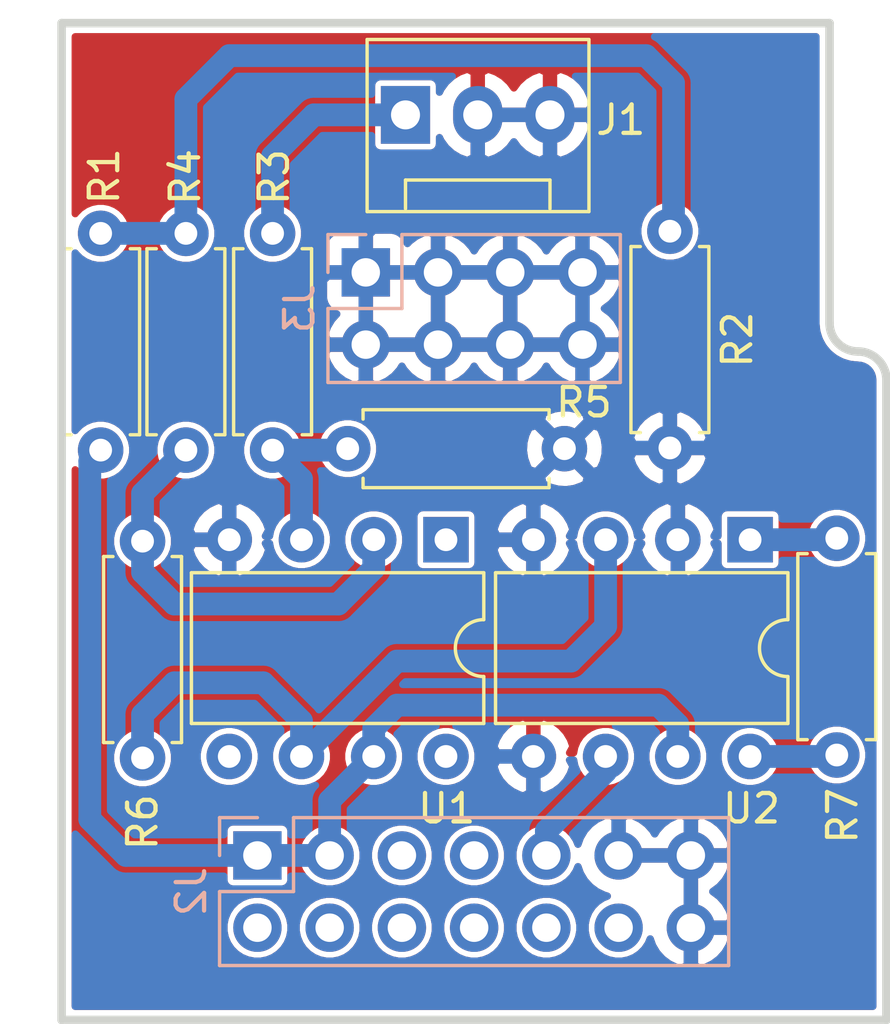
<source format=kicad_pcb>
(kicad_pcb (version 20171130) (host pcbnew 5.1.12-84ad8e8a86~92~ubuntu20.04.1)

  (general
    (thickness 1.6)
    (drawings 7)
    (tracks 49)
    (zones 0)
    (modules 12)
    (nets 22)
  )

  (page A4)
  (layers
    (0 F.Cu signal)
    (1 In1.Cu signal)
    (2 In2.Cu signal)
    (31 B.Cu signal)
    (32 B.Adhes user)
    (33 F.Adhes user)
    (34 B.Paste user)
    (35 F.Paste user)
    (36 B.SilkS user)
    (37 F.SilkS user)
    (38 B.Mask user)
    (39 F.Mask user)
    (40 Dwgs.User user)
    (41 Cmts.User user)
    (42 Eco1.User user)
    (43 Eco2.User user)
    (44 Edge.Cuts user)
    (45 Margin user)
    (46 B.CrtYd user)
    (47 F.CrtYd user)
    (48 B.Fab user hide)
    (49 F.Fab user hide)
  )

  (setup
    (last_trace_width 0.2)
    (user_trace_width 0.2)
    (user_trace_width 0.3)
    (user_trace_width 0.4)
    (user_trace_width 0.5)
    (user_trace_width 0.8)
    (user_trace_width 1)
    (user_trace_width 1.5)
    (user_trace_width 2)
    (user_trace_width 3)
    (trace_clearance 0.2)
    (zone_clearance 0.2)
    (zone_45_only no)
    (trace_min 0.2)
    (via_size 0.8)
    (via_drill 0.4)
    (via_min_size 0.3)
    (via_min_drill 0.3)
    (user_via 0.6 0.3)
    (user_via 0.7 0.5)
    (user_via 1.2 0.8)
    (user_via 2 0.8)
    (uvia_size 0.8)
    (uvia_drill 0.4)
    (uvias_allowed no)
    (uvia_min_size 0.2)
    (uvia_min_drill 0.1)
    (edge_width 0.15)
    (segment_width 0.2)
    (pcb_text_width 0.3)
    (pcb_text_size 1.5 1.5)
    (mod_edge_width 0.15)
    (mod_text_size 1 1)
    (mod_text_width 0.15)
    (pad_size 0.6 1.65)
    (pad_drill 0)
    (pad_to_mask_clearance 0)
    (aux_axis_origin 0 0)
    (visible_elements FFFFFF7F)
    (pcbplotparams
      (layerselection 0x010f0_fffffff9)
      (usegerberextensions false)
      (usegerberattributes false)
      (usegerberadvancedattributes false)
      (creategerberjobfile false)
      (excludeedgelayer true)
      (linewidth 0.100000)
      (plotframeref false)
      (viasonmask false)
      (mode 1)
      (useauxorigin false)
      (hpglpennumber 1)
      (hpglpenspeed 20)
      (hpglpendiameter 15.000000)
      (psnegative false)
      (psa4output false)
      (plotreference true)
      (plotvalue false)
      (plotinvisibletext false)
      (padsonsilk false)
      (subtractmaskfromsilk false)
      (outputformat 1)
      (mirror false)
      (drillshape 0)
      (scaleselection 1)
      (outputdirectory "gerber/"))
  )

  (net 0 "")
  (net 1 GND)
  (net 2 +3V3)
  (net 3 /Analog)
  (net 4 "Net-(R1-Pad1)")
  (net 5 "Net-(U1-Pad5)")
  (net 6 "Net-(J1-Pad1)")
  (net 7 "Net-(J2-Pad2)")
  (net 8 "Net-(J2-Pad4)")
  (net 9 "Net-(J2-Pad5)")
  (net 10 "Net-(J2-Pad6)")
  (net 11 "Net-(J2-Pad7)")
  (net 12 "Net-(J2-Pad8)")
  (net 13 "Net-(J2-Pad10)")
  (net 14 "Net-(J2-Pad12)")
  (net 15 "Net-(R3-Pad1)")
  (net 16 "Net-(R4-Pad1)")
  (net 17 "Net-(R6-Pad1)")
  (net 18 "Net-(R7-Pad2)")
  (net 19 "Net-(R7-Pad1)")
  (net 20 "Net-(U1-Pad8)")
  (net 21 "Net-(U1-Pad1)")

  (net_class Default "This is the default net class."
    (clearance 0.2)
    (trace_width 0.2)
    (via_dia 0.8)
    (via_drill 0.4)
    (uvia_dia 0.8)
    (uvia_drill 0.4)
    (add_net +3V3)
    (add_net /Analog)
    (add_net GND)
    (add_net "Net-(J1-Pad1)")
    (add_net "Net-(J2-Pad10)")
    (add_net "Net-(J2-Pad12)")
    (add_net "Net-(J2-Pad2)")
    (add_net "Net-(J2-Pad4)")
    (add_net "Net-(J2-Pad5)")
    (add_net "Net-(J2-Pad6)")
    (add_net "Net-(J2-Pad7)")
    (add_net "Net-(J2-Pad8)")
    (add_net "Net-(R1-Pad1)")
    (add_net "Net-(R3-Pad1)")
    (add_net "Net-(R4-Pad1)")
    (add_net "Net-(R6-Pad1)")
    (add_net "Net-(R7-Pad1)")
    (add_net "Net-(R7-Pad2)")
    (add_net "Net-(U1-Pad1)")
    (add_net "Net-(U1-Pad5)")
    (add_net "Net-(U1-Pad8)")
  )

  (module Package_DIP:DIP-8_W7.62mm (layer F.Cu) (tedit 5A02E8C5) (tstamp 628F89FC)
    (at 122.6566 42.6974 270)
    (descr "8-lead though-hole mounted DIP package, row spacing 7.62 mm (300 mils)")
    (tags "THT DIP DIL PDIP 2.54mm 7.62mm 300mil")
    (path /62906C7E)
    (fp_text reference U2 (at 9.4488 -0.0508 180) (layer F.SilkS)
      (effects (font (size 1 1) (thickness 0.15)))
    )
    (fp_text value INA128 (at 3.81 9.95 90) (layer F.Fab)
      (effects (font (size 1 1) (thickness 0.15)))
    )
    (fp_line (start 8.7 -1.55) (end -1.1 -1.55) (layer F.CrtYd) (width 0.05))
    (fp_line (start 8.7 9.15) (end 8.7 -1.55) (layer F.CrtYd) (width 0.05))
    (fp_line (start -1.1 9.15) (end 8.7 9.15) (layer F.CrtYd) (width 0.05))
    (fp_line (start -1.1 -1.55) (end -1.1 9.15) (layer F.CrtYd) (width 0.05))
    (fp_line (start 6.46 -1.33) (end 4.81 -1.33) (layer F.SilkS) (width 0.12))
    (fp_line (start 6.46 8.95) (end 6.46 -1.33) (layer F.SilkS) (width 0.12))
    (fp_line (start 1.16 8.95) (end 6.46 8.95) (layer F.SilkS) (width 0.12))
    (fp_line (start 1.16 -1.33) (end 1.16 8.95) (layer F.SilkS) (width 0.12))
    (fp_line (start 2.81 -1.33) (end 1.16 -1.33) (layer F.SilkS) (width 0.12))
    (fp_line (start 0.635 -0.27) (end 1.635 -1.27) (layer F.Fab) (width 0.1))
    (fp_line (start 0.635 8.89) (end 0.635 -0.27) (layer F.Fab) (width 0.1))
    (fp_line (start 6.985 8.89) (end 0.635 8.89) (layer F.Fab) (width 0.1))
    (fp_line (start 6.985 -1.27) (end 6.985 8.89) (layer F.Fab) (width 0.1))
    (fp_line (start 1.635 -1.27) (end 6.985 -1.27) (layer F.Fab) (width 0.1))
    (fp_arc (start 3.81 -1.33) (end 2.81 -1.33) (angle -180) (layer F.SilkS) (width 0.12))
    (fp_text user %R (at 3.81 3.81 90) (layer F.Fab)
      (effects (font (size 1 1) (thickness 0.15)))
    )
    (pad 1 thru_hole rect (at 0 0 270) (size 1.6 1.6) (drill 0.8) (layers *.Cu *.Mask)
      (net 19 "Net-(R7-Pad1)"))
    (pad 5 thru_hole oval (at 7.62 7.62 270) (size 1.6 1.6) (drill 0.8) (layers *.Cu *.Mask)
      (net 1 GND))
    (pad 2 thru_hole oval (at 0 2.54 270) (size 1.6 1.6) (drill 0.8) (layers *.Cu *.Mask)
      (net 1 GND))
    (pad 6 thru_hole oval (at 7.62 5.08 270) (size 1.6 1.6) (drill 0.8) (layers *.Cu *.Mask)
      (net 3 /Analog))
    (pad 3 thru_hole oval (at 0 5.08 270) (size 1.6 1.6) (drill 0.8) (layers *.Cu *.Mask)
      (net 17 "Net-(R6-Pad1)"))
    (pad 7 thru_hole oval (at 7.62 2.54 270) (size 1.6 1.6) (drill 0.8) (layers *.Cu *.Mask)
      (net 2 +3V3))
    (pad 4 thru_hole oval (at 0 7.62 270) (size 1.6 1.6) (drill 0.8) (layers *.Cu *.Mask)
      (net 1 GND))
    (pad 8 thru_hole oval (at 7.62 0 270) (size 1.6 1.6) (drill 0.8) (layers *.Cu *.Mask)
      (net 18 "Net-(R7-Pad2)"))
    (model ${KISYS3DMOD}/Package_DIP.3dshapes/DIP-8_W7.62mm.wrl
      (at (xyz 0 0 0))
      (scale (xyz 1 1 1))
      (rotate (xyz 0 0 0))
    )
  )

  (module Resistor_THT:R_Axial_DIN0207_L6.3mm_D2.5mm_P7.62mm_Horizontal (layer F.Cu) (tedit 5AE5139B) (tstamp 628F8A48)
    (at 125.7046 42.6466 270)
    (descr "Resistor, Axial_DIN0207 series, Axial, Horizontal, pin pitch=7.62mm, 0.25W = 1/4W, length*diameter=6.3*2.5mm^2, http://cdn-reichelt.de/documents/datenblatt/B400/1_4W%23YAG.pdf")
    (tags "Resistor Axial_DIN0207 series Axial Horizontal pin pitch 7.62mm 0.25W = 1/4W length 6.3mm diameter 2.5mm")
    (path /61BEF6B6)
    (fp_text reference R7 (at 9.7536 -0.2032 90) (layer F.SilkS)
      (effects (font (size 1 1) (thickness 0.15)))
    )
    (fp_text value 50 (at 3.81 2.37 90) (layer F.Fab)
      (effects (font (size 1 1) (thickness 0.15)))
    )
    (fp_line (start 0.66 -1.25) (end 0.66 1.25) (layer F.Fab) (width 0.1))
    (fp_line (start 0.66 1.25) (end 6.96 1.25) (layer F.Fab) (width 0.1))
    (fp_line (start 6.96 1.25) (end 6.96 -1.25) (layer F.Fab) (width 0.1))
    (fp_line (start 6.96 -1.25) (end 0.66 -1.25) (layer F.Fab) (width 0.1))
    (fp_line (start 0 0) (end 0.66 0) (layer F.Fab) (width 0.1))
    (fp_line (start 7.62 0) (end 6.96 0) (layer F.Fab) (width 0.1))
    (fp_line (start 0.54 -1.04) (end 0.54 -1.37) (layer F.SilkS) (width 0.12))
    (fp_line (start 0.54 -1.37) (end 7.08 -1.37) (layer F.SilkS) (width 0.12))
    (fp_line (start 7.08 -1.37) (end 7.08 -1.04) (layer F.SilkS) (width 0.12))
    (fp_line (start 0.54 1.04) (end 0.54 1.37) (layer F.SilkS) (width 0.12))
    (fp_line (start 0.54 1.37) (end 7.08 1.37) (layer F.SilkS) (width 0.12))
    (fp_line (start 7.08 1.37) (end 7.08 1.04) (layer F.SilkS) (width 0.12))
    (fp_line (start -1.05 -1.5) (end -1.05 1.5) (layer F.CrtYd) (width 0.05))
    (fp_line (start -1.05 1.5) (end 8.67 1.5) (layer F.CrtYd) (width 0.05))
    (fp_line (start 8.67 1.5) (end 8.67 -1.5) (layer F.CrtYd) (width 0.05))
    (fp_line (start 8.67 -1.5) (end -1.05 -1.5) (layer F.CrtYd) (width 0.05))
    (fp_text user %R (at 3.81 0 90) (layer F.Fab)
      (effects (font (size 1 1) (thickness 0.15)))
    )
    (pad 2 thru_hole oval (at 7.62 0 270) (size 1.6 1.6) (drill 0.8) (layers *.Cu *.Mask)
      (net 18 "Net-(R7-Pad2)"))
    (pad 1 thru_hole circle (at 0 0 270) (size 1.6 1.6) (drill 0.8) (layers *.Cu *.Mask)
      (net 19 "Net-(R7-Pad1)"))
    (model ${KISYS3DMOD}/Resistor_THT.3dshapes/R_Axial_DIN0207_L6.3mm_D2.5mm_P7.62mm_Horizontal.wrl
      (at (xyz 0 0 0))
      (scale (xyz 1 1 1))
      (rotate (xyz 0 0 0))
    )
  )

  (module Connector:FanPinHeader_1x03_P2.54mm_Vertical (layer F.Cu) (tedit 5A19DCDF) (tstamp 628F7E8D)
    (at 110.5408 27.7622)
    (descr "3-pin CPU fan Through hole pin header, see http://www.formfactors.org/developer%5Cspecs%5Crev1_2_public.pdf")
    (tags "pin header 3-pin CPU fan")
    (path /62000995)
    (fp_text reference J1 (at 7.5692 0.1778) (layer F.SilkS)
      (effects (font (size 1 1) (thickness 0.15)))
    )
    (fp_text value Conn_01x02_Female (at 2.55 4.5) (layer F.Fab)
      (effects (font (size 1 1) (thickness 0.15)))
    )
    (fp_line (start 6.85 -3.05) (end 6.85 3.8) (layer F.CrtYd) (width 0.05))
    (fp_line (start 6.85 -3.05) (end -1.75 -3.05) (layer F.CrtYd) (width 0.05))
    (fp_line (start -1.75 3.8) (end 6.85 3.8) (layer F.CrtYd) (width 0.05))
    (fp_line (start -1.75 3.8) (end -1.75 -3.05) (layer F.CrtYd) (width 0.05))
    (fp_line (start 5.08 2.29) (end 5.08 3.3) (layer F.SilkS) (width 0.12))
    (fp_line (start 0 2.29) (end 5.08 2.29) (layer F.SilkS) (width 0.12))
    (fp_line (start 0 3.3) (end 0 2.29) (layer F.SilkS) (width 0.12))
    (fp_line (start 6.35 3.3) (end -1.25 3.3) (layer F.Fab) (width 0.1))
    (fp_line (start 6.35 -2.55) (end 6.35 3.3) (layer F.Fab) (width 0.1))
    (fp_line (start -1.25 -2.55) (end 6.35 -2.55) (layer F.Fab) (width 0.1))
    (fp_line (start -1.25 3.3) (end -1.25 -2.55) (layer F.Fab) (width 0.1))
    (fp_line (start 0 2.3) (end 0 3.3) (layer F.Fab) (width 0.1))
    (fp_line (start 5.05 2.3) (end 0 2.3) (layer F.Fab) (width 0.1))
    (fp_line (start 5.05 3.3) (end 5.05 2.3) (layer F.Fab) (width 0.1))
    (fp_line (start 6.45 3.4) (end -1.35 3.4) (layer F.SilkS) (width 0.12))
    (fp_line (start 6.45 -2.65) (end 6.45 3.4) (layer F.SilkS) (width 0.12))
    (fp_line (start -1.35 -2.65) (end 6.45 -2.65) (layer F.SilkS) (width 0.12))
    (fp_line (start -1.35 3.4) (end -1.35 -2.65) (layer F.SilkS) (width 0.12))
    (fp_text user %R (at 2.45 1.8) (layer F.Fab)
      (effects (font (size 1 1) (thickness 0.15)))
    )
    (pad 1 thru_hole rect (at 0 0 90) (size 2.03 1.73) (drill 1.02) (layers *.Cu *.Mask)
      (net 6 "Net-(J1-Pad1)"))
    (pad 2 thru_hole oval (at 2.54 0 90) (size 2.03 1.73) (drill 1.02) (layers *.Cu *.Mask)
      (net 1 GND))
    (pad 3 thru_hole oval (at 5.08 0 90) (size 2.03 1.73) (drill 1.02) (layers *.Cu *.Mask)
      (net 1 GND))
    (model ${KISYS3DMOD}/Connector.3dshapes/FanPinHeader_1x03_P2.54mm_Vertical.wrl
      (at (xyz 0 0 0))
      (scale (xyz 1 1 1))
      (rotate (xyz 0 0 0))
    )
  )

  (module Connector_PinHeader_2.54mm:PinHeader_2x07_P2.54mm_Vertical (layer B.Cu) (tedit 59FED5CC) (tstamp 628F7EB1)
    (at 105.3338 53.7972 270)
    (descr "Through hole straight pin header, 2x07, 2.54mm pitch, double rows")
    (tags "Through hole pin header THT 2x07 2.54mm double row")
    (path /62964481)
    (fp_text reference J2 (at 1.27 2.33 270) (layer B.SilkS)
      (effects (font (size 1 1) (thickness 0.15)) (justify mirror))
    )
    (fp_text value Conn_02x07_Odd_Even (at 1.27 -17.57 270) (layer B.Fab)
      (effects (font (size 1 1) (thickness 0.15)) (justify mirror))
    )
    (fp_line (start 4.35 1.8) (end -1.8 1.8) (layer B.CrtYd) (width 0.05))
    (fp_line (start 4.35 -17.05) (end 4.35 1.8) (layer B.CrtYd) (width 0.05))
    (fp_line (start -1.8 -17.05) (end 4.35 -17.05) (layer B.CrtYd) (width 0.05))
    (fp_line (start -1.8 1.8) (end -1.8 -17.05) (layer B.CrtYd) (width 0.05))
    (fp_line (start -1.33 1.33) (end 0 1.33) (layer B.SilkS) (width 0.12))
    (fp_line (start -1.33 0) (end -1.33 1.33) (layer B.SilkS) (width 0.12))
    (fp_line (start 1.27 1.33) (end 3.87 1.33) (layer B.SilkS) (width 0.12))
    (fp_line (start 1.27 -1.27) (end 1.27 1.33) (layer B.SilkS) (width 0.12))
    (fp_line (start -1.33 -1.27) (end 1.27 -1.27) (layer B.SilkS) (width 0.12))
    (fp_line (start 3.87 1.33) (end 3.87 -16.57) (layer B.SilkS) (width 0.12))
    (fp_line (start -1.33 -1.27) (end -1.33 -16.57) (layer B.SilkS) (width 0.12))
    (fp_line (start -1.33 -16.57) (end 3.87 -16.57) (layer B.SilkS) (width 0.12))
    (fp_line (start -1.27 0) (end 0 1.27) (layer B.Fab) (width 0.1))
    (fp_line (start -1.27 -16.51) (end -1.27 0) (layer B.Fab) (width 0.1))
    (fp_line (start 3.81 -16.51) (end -1.27 -16.51) (layer B.Fab) (width 0.1))
    (fp_line (start 3.81 1.27) (end 3.81 -16.51) (layer B.Fab) (width 0.1))
    (fp_line (start 0 1.27) (end 3.81 1.27) (layer B.Fab) (width 0.1))
    (fp_text user %R (at 1.27 -7.62) (layer B.Fab)
      (effects (font (size 1 1) (thickness 0.15)) (justify mirror))
    )
    (pad 1 thru_hole rect (at 0 0 270) (size 1.7 1.7) (drill 1) (layers *.Cu *.Mask)
      (net 2 +3V3))
    (pad 2 thru_hole oval (at 2.54 0 270) (size 1.7 1.7) (drill 1) (layers *.Cu *.Mask)
      (net 7 "Net-(J2-Pad2)"))
    (pad 3 thru_hole oval (at 0 -2.54 270) (size 1.7 1.7) (drill 1) (layers *.Cu *.Mask)
      (net 2 +3V3))
    (pad 4 thru_hole oval (at 2.54 -2.54 270) (size 1.7 1.7) (drill 1) (layers *.Cu *.Mask)
      (net 8 "Net-(J2-Pad4)"))
    (pad 5 thru_hole oval (at 0 -5.08 270) (size 1.7 1.7) (drill 1) (layers *.Cu *.Mask)
      (net 9 "Net-(J2-Pad5)"))
    (pad 6 thru_hole oval (at 2.54 -5.08 270) (size 1.7 1.7) (drill 1) (layers *.Cu *.Mask)
      (net 10 "Net-(J2-Pad6)"))
    (pad 7 thru_hole oval (at 0 -7.62 270) (size 1.7 1.7) (drill 1) (layers *.Cu *.Mask)
      (net 11 "Net-(J2-Pad7)"))
    (pad 8 thru_hole oval (at 2.54 -7.62 270) (size 1.7 1.7) (drill 1) (layers *.Cu *.Mask)
      (net 12 "Net-(J2-Pad8)"))
    (pad 9 thru_hole oval (at 0 -10.16 270) (size 1.7 1.7) (drill 1) (layers *.Cu *.Mask)
      (net 3 /Analog))
    (pad 10 thru_hole oval (at 2.54 -10.16 270) (size 1.7 1.7) (drill 1) (layers *.Cu *.Mask)
      (net 13 "Net-(J2-Pad10)"))
    (pad 11 thru_hole oval (at 0 -12.7 270) (size 1.7 1.7) (drill 1) (layers *.Cu *.Mask)
      (net 1 GND))
    (pad 12 thru_hole oval (at 2.54 -12.7 270) (size 1.7 1.7) (drill 1) (layers *.Cu *.Mask)
      (net 14 "Net-(J2-Pad12)"))
    (pad 13 thru_hole oval (at 0 -15.24 270) (size 1.7 1.7) (drill 1) (layers *.Cu *.Mask)
      (net 1 GND))
    (pad 14 thru_hole oval (at 2.54 -15.24 270) (size 1.7 1.7) (drill 1) (layers *.Cu *.Mask)
      (net 1 GND))
    (model ${KISYS3DMOD}/Connector_PinHeader_2.54mm.3dshapes/PinHeader_2x07_P2.54mm_Vertical.wrl
      (at (xyz 0 0 0))
      (scale (xyz 1 1 1))
      (rotate (xyz 0 0 0))
    )
  )

  (module Connector_PinHeader_2.54mm:PinHeader_2x04_P2.54mm_Vertical (layer B.Cu) (tedit 59FED5CC) (tstamp 628F7ECF)
    (at 109.1438 33.2994 270)
    (descr "Through hole straight pin header, 2x04, 2.54mm pitch, double rows")
    (tags "Through hole pin header THT 2x04 2.54mm double row")
    (path /6296595F)
    (fp_text reference J3 (at 1.27 2.33 270) (layer B.SilkS)
      (effects (font (size 1 1) (thickness 0.15)) (justify mirror))
    )
    (fp_text value Conn_02x04_Odd_Even (at 1.27 -9.95 270) (layer B.Fab)
      (effects (font (size 1 1) (thickness 0.15)) (justify mirror))
    )
    (fp_line (start 4.35 1.8) (end -1.8 1.8) (layer B.CrtYd) (width 0.05))
    (fp_line (start 4.35 -9.4) (end 4.35 1.8) (layer B.CrtYd) (width 0.05))
    (fp_line (start -1.8 -9.4) (end 4.35 -9.4) (layer B.CrtYd) (width 0.05))
    (fp_line (start -1.8 1.8) (end -1.8 -9.4) (layer B.CrtYd) (width 0.05))
    (fp_line (start -1.33 1.33) (end 0 1.33) (layer B.SilkS) (width 0.12))
    (fp_line (start -1.33 0) (end -1.33 1.33) (layer B.SilkS) (width 0.12))
    (fp_line (start 1.27 1.33) (end 3.87 1.33) (layer B.SilkS) (width 0.12))
    (fp_line (start 1.27 -1.27) (end 1.27 1.33) (layer B.SilkS) (width 0.12))
    (fp_line (start -1.33 -1.27) (end 1.27 -1.27) (layer B.SilkS) (width 0.12))
    (fp_line (start 3.87 1.33) (end 3.87 -8.95) (layer B.SilkS) (width 0.12))
    (fp_line (start -1.33 -1.27) (end -1.33 -8.95) (layer B.SilkS) (width 0.12))
    (fp_line (start -1.33 -8.95) (end 3.87 -8.95) (layer B.SilkS) (width 0.12))
    (fp_line (start -1.27 0) (end 0 1.27) (layer B.Fab) (width 0.1))
    (fp_line (start -1.27 -8.89) (end -1.27 0) (layer B.Fab) (width 0.1))
    (fp_line (start 3.81 -8.89) (end -1.27 -8.89) (layer B.Fab) (width 0.1))
    (fp_line (start 3.81 1.27) (end 3.81 -8.89) (layer B.Fab) (width 0.1))
    (fp_line (start 0 1.27) (end 3.81 1.27) (layer B.Fab) (width 0.1))
    (fp_text user %R (at 1.27 -3.81) (layer B.Fab)
      (effects (font (size 1 1) (thickness 0.15)) (justify mirror))
    )
    (pad 1 thru_hole rect (at 0 0 270) (size 1.7 1.7) (drill 1) (layers *.Cu *.Mask)
      (net 1 GND))
    (pad 2 thru_hole oval (at 2.54 0 270) (size 1.7 1.7) (drill 1) (layers *.Cu *.Mask)
      (net 1 GND))
    (pad 3 thru_hole oval (at 0 -2.54 270) (size 1.7 1.7) (drill 1) (layers *.Cu *.Mask)
      (net 1 GND))
    (pad 4 thru_hole oval (at 2.54 -2.54 270) (size 1.7 1.7) (drill 1) (layers *.Cu *.Mask)
      (net 1 GND))
    (pad 5 thru_hole oval (at 0 -5.08 270) (size 1.7 1.7) (drill 1) (layers *.Cu *.Mask)
      (net 1 GND))
    (pad 6 thru_hole oval (at 2.54 -5.08 270) (size 1.7 1.7) (drill 1) (layers *.Cu *.Mask)
      (net 1 GND))
    (pad 7 thru_hole oval (at 0 -7.62 270) (size 1.7 1.7) (drill 1) (layers *.Cu *.Mask)
      (net 1 GND))
    (pad 8 thru_hole oval (at 2.54 -7.62 270) (size 1.7 1.7) (drill 1) (layers *.Cu *.Mask)
      (net 1 GND))
    (model ${KISYS3DMOD}/Connector_PinHeader_2.54mm.3dshapes/PinHeader_2x04_P2.54mm_Vertical.wrl
      (at (xyz 0 0 0))
      (scale (xyz 1 1 1))
      (rotate (xyz 0 0 0))
    )
  )

  (module Resistor_THT:R_Axial_DIN0207_L6.3mm_D2.5mm_P7.62mm_Horizontal (layer F.Cu) (tedit 5AE5139B) (tstamp 628F7EE6)
    (at 99.822 31.9278 270)
    (descr "Resistor, Axial_DIN0207 series, Axial, Horizontal, pin pitch=7.62mm, 0.25W = 1/4W, length*diameter=6.3*2.5mm^2, http://cdn-reichelt.de/documents/datenblatt/B400/1_4W%23YAG.pdf")
    (tags "Resistor Axial_DIN0207 series Axial Horizontal pin pitch 7.62mm 0.25W = 1/4W length 6.3mm diameter 2.5mm")
    (path /61BCFC85)
    (fp_text reference R1 (at -2.0066 -0.127 90) (layer F.SilkS)
      (effects (font (size 1 1) (thickness 0.15)))
    )
    (fp_text value "25.3 k" (at 3.81 2.37 90) (layer F.Fab)
      (effects (font (size 1 1) (thickness 0.15)))
    )
    (fp_line (start 8.67 -1.5) (end -1.05 -1.5) (layer F.CrtYd) (width 0.05))
    (fp_line (start 8.67 1.5) (end 8.67 -1.5) (layer F.CrtYd) (width 0.05))
    (fp_line (start -1.05 1.5) (end 8.67 1.5) (layer F.CrtYd) (width 0.05))
    (fp_line (start -1.05 -1.5) (end -1.05 1.5) (layer F.CrtYd) (width 0.05))
    (fp_line (start 7.08 1.37) (end 7.08 1.04) (layer F.SilkS) (width 0.12))
    (fp_line (start 0.54 1.37) (end 7.08 1.37) (layer F.SilkS) (width 0.12))
    (fp_line (start 0.54 1.04) (end 0.54 1.37) (layer F.SilkS) (width 0.12))
    (fp_line (start 7.08 -1.37) (end 7.08 -1.04) (layer F.SilkS) (width 0.12))
    (fp_line (start 0.54 -1.37) (end 7.08 -1.37) (layer F.SilkS) (width 0.12))
    (fp_line (start 0.54 -1.04) (end 0.54 -1.37) (layer F.SilkS) (width 0.12))
    (fp_line (start 7.62 0) (end 6.96 0) (layer F.Fab) (width 0.1))
    (fp_line (start 0 0) (end 0.66 0) (layer F.Fab) (width 0.1))
    (fp_line (start 6.96 -1.25) (end 0.66 -1.25) (layer F.Fab) (width 0.1))
    (fp_line (start 6.96 1.25) (end 6.96 -1.25) (layer F.Fab) (width 0.1))
    (fp_line (start 0.66 1.25) (end 6.96 1.25) (layer F.Fab) (width 0.1))
    (fp_line (start 0.66 -1.25) (end 0.66 1.25) (layer F.Fab) (width 0.1))
    (fp_text user %R (at 3.81 0 90) (layer F.Fab)
      (effects (font (size 1 1) (thickness 0.15)))
    )
    (pad 1 thru_hole circle (at 0 0 270) (size 1.6 1.6) (drill 0.8) (layers *.Cu *.Mask)
      (net 4 "Net-(R1-Pad1)"))
    (pad 2 thru_hole oval (at 7.62 0 270) (size 1.6 1.6) (drill 0.8) (layers *.Cu *.Mask)
      (net 2 +3V3))
    (model ${KISYS3DMOD}/Resistor_THT.3dshapes/R_Axial_DIN0207_L6.3mm_D2.5mm_P7.62mm_Horizontal.wrl
      (at (xyz 0 0 0))
      (scale (xyz 1 1 1))
      (rotate (xyz 0 0 0))
    )
  )

  (module Resistor_THT:R_Axial_DIN0207_L6.3mm_D2.5mm_P7.62mm_Horizontal (layer F.Cu) (tedit 5AE5139B) (tstamp 628F9BCF)
    (at 119.8372 31.8516 270)
    (descr "Resistor, Axial_DIN0207 series, Axial, Horizontal, pin pitch=7.62mm, 0.25W = 1/4W, length*diameter=6.3*2.5mm^2, http://cdn-reichelt.de/documents/datenblatt/B400/1_4W%23YAG.pdf")
    (tags "Resistor Axial_DIN0207 series Axial Horizontal pin pitch 7.62mm 0.25W = 1/4W length 6.3mm diameter 2.5mm")
    (path /61BD0800)
    (fp_text reference R2 (at 3.81 -2.37 90) (layer F.SilkS)
      (effects (font (size 1 1) (thickness 0.15)))
    )
    (fp_text value 100 (at 3.81 2.37 90) (layer F.Fab)
      (effects (font (size 1 1) (thickness 0.15)))
    )
    (fp_line (start 0.66 -1.25) (end 0.66 1.25) (layer F.Fab) (width 0.1))
    (fp_line (start 0.66 1.25) (end 6.96 1.25) (layer F.Fab) (width 0.1))
    (fp_line (start 6.96 1.25) (end 6.96 -1.25) (layer F.Fab) (width 0.1))
    (fp_line (start 6.96 -1.25) (end 0.66 -1.25) (layer F.Fab) (width 0.1))
    (fp_line (start 0 0) (end 0.66 0) (layer F.Fab) (width 0.1))
    (fp_line (start 7.62 0) (end 6.96 0) (layer F.Fab) (width 0.1))
    (fp_line (start 0.54 -1.04) (end 0.54 -1.37) (layer F.SilkS) (width 0.12))
    (fp_line (start 0.54 -1.37) (end 7.08 -1.37) (layer F.SilkS) (width 0.12))
    (fp_line (start 7.08 -1.37) (end 7.08 -1.04) (layer F.SilkS) (width 0.12))
    (fp_line (start 0.54 1.04) (end 0.54 1.37) (layer F.SilkS) (width 0.12))
    (fp_line (start 0.54 1.37) (end 7.08 1.37) (layer F.SilkS) (width 0.12))
    (fp_line (start 7.08 1.37) (end 7.08 1.04) (layer F.SilkS) (width 0.12))
    (fp_line (start -1.05 -1.5) (end -1.05 1.5) (layer F.CrtYd) (width 0.05))
    (fp_line (start -1.05 1.5) (end 8.67 1.5) (layer F.CrtYd) (width 0.05))
    (fp_line (start 8.67 1.5) (end 8.67 -1.5) (layer F.CrtYd) (width 0.05))
    (fp_line (start 8.67 -1.5) (end -1.05 -1.5) (layer F.CrtYd) (width 0.05))
    (fp_text user %R (at 3.81 0 90) (layer F.Fab)
      (effects (font (size 1 1) (thickness 0.15)))
    )
    (pad 2 thru_hole oval (at 7.62 0 270) (size 1.6 1.6) (drill 0.8) (layers *.Cu *.Mask)
      (net 1 GND))
    (pad 1 thru_hole circle (at 0 0 270) (size 1.6 1.6) (drill 0.8) (layers *.Cu *.Mask)
      (net 4 "Net-(R1-Pad1)"))
    (model ${KISYS3DMOD}/Resistor_THT.3dshapes/R_Axial_DIN0207_L6.3mm_D2.5mm_P7.62mm_Horizontal.wrl
      (at (xyz 0 0 0))
      (scale (xyz 1 1 1))
      (rotate (xyz 0 0 0))
    )
  )

  (module Resistor_THT:R_Axial_DIN0207_L6.3mm_D2.5mm_P7.62mm_Horizontal (layer F.Cu) (tedit 5AE5139B) (tstamp 628F7F14)
    (at 105.8672 39.5478 90)
    (descr "Resistor, Axial_DIN0207 series, Axial, Horizontal, pin pitch=7.62mm, 0.25W = 1/4W, length*diameter=6.3*2.5mm^2, http://cdn-reichelt.de/documents/datenblatt/B400/1_4W%23YAG.pdf")
    (tags "Resistor Axial_DIN0207 series Axial Horizontal pin pitch 7.62mm 0.25W = 1/4W length 6.3mm diameter 2.5mm")
    (path /61BD6D4F)
    (fp_text reference R3 (at 9.6012 0.0508 90) (layer F.SilkS)
      (effects (font (size 1 1) (thickness 0.15)))
    )
    (fp_text value 10k (at 3.81 2.37 90) (layer F.Fab)
      (effects (font (size 1 1) (thickness 0.15)))
    )
    (fp_line (start 8.67 -1.5) (end -1.05 -1.5) (layer F.CrtYd) (width 0.05))
    (fp_line (start 8.67 1.5) (end 8.67 -1.5) (layer F.CrtYd) (width 0.05))
    (fp_line (start -1.05 1.5) (end 8.67 1.5) (layer F.CrtYd) (width 0.05))
    (fp_line (start -1.05 -1.5) (end -1.05 1.5) (layer F.CrtYd) (width 0.05))
    (fp_line (start 7.08 1.37) (end 7.08 1.04) (layer F.SilkS) (width 0.12))
    (fp_line (start 0.54 1.37) (end 7.08 1.37) (layer F.SilkS) (width 0.12))
    (fp_line (start 0.54 1.04) (end 0.54 1.37) (layer F.SilkS) (width 0.12))
    (fp_line (start 7.08 -1.37) (end 7.08 -1.04) (layer F.SilkS) (width 0.12))
    (fp_line (start 0.54 -1.37) (end 7.08 -1.37) (layer F.SilkS) (width 0.12))
    (fp_line (start 0.54 -1.04) (end 0.54 -1.37) (layer F.SilkS) (width 0.12))
    (fp_line (start 7.62 0) (end 6.96 0) (layer F.Fab) (width 0.1))
    (fp_line (start 0 0) (end 0.66 0) (layer F.Fab) (width 0.1))
    (fp_line (start 6.96 -1.25) (end 0.66 -1.25) (layer F.Fab) (width 0.1))
    (fp_line (start 6.96 1.25) (end 6.96 -1.25) (layer F.Fab) (width 0.1))
    (fp_line (start 0.66 1.25) (end 6.96 1.25) (layer F.Fab) (width 0.1))
    (fp_line (start 0.66 -1.25) (end 0.66 1.25) (layer F.Fab) (width 0.1))
    (fp_text user %R (at 3.81 0 90) (layer F.Fab)
      (effects (font (size 1 1) (thickness 0.15)))
    )
    (pad 1 thru_hole circle (at 0 0 90) (size 1.6 1.6) (drill 0.8) (layers *.Cu *.Mask)
      (net 15 "Net-(R3-Pad1)"))
    (pad 2 thru_hole oval (at 7.62 0 90) (size 1.6 1.6) (drill 0.8) (layers *.Cu *.Mask)
      (net 6 "Net-(J1-Pad1)"))
    (model ${KISYS3DMOD}/Resistor_THT.3dshapes/R_Axial_DIN0207_L6.3mm_D2.5mm_P7.62mm_Horizontal.wrl
      (at (xyz 0 0 0))
      (scale (xyz 1 1 1))
      (rotate (xyz 0 0 0))
    )
  )

  (module Resistor_THT:R_Axial_DIN0207_L6.3mm_D2.5mm_P7.62mm_Horizontal (layer F.Cu) (tedit 5AE5139B) (tstamp 628F7F2B)
    (at 102.8192 39.5478 90)
    (descr "Resistor, Axial_DIN0207 series, Axial, Horizontal, pin pitch=7.62mm, 0.25W = 1/4W, length*diameter=6.3*2.5mm^2, http://cdn-reichelt.de/documents/datenblatt/B400/1_4W%23YAG.pdf")
    (tags "Resistor Axial_DIN0207 series Axial Horizontal pin pitch 7.62mm 0.25W = 1/4W length 6.3mm diameter 2.5mm")
    (path /61BD096E)
    (fp_text reference R4 (at 9.6012 -0.0254 90) (layer F.SilkS)
      (effects (font (size 1 1) (thickness 0.15)))
    )
    (fp_text value 10k (at 3.81 2.37 90) (layer F.Fab)
      (effects (font (size 1 1) (thickness 0.15)))
    )
    (fp_line (start 8.67 -1.5) (end -1.05 -1.5) (layer F.CrtYd) (width 0.05))
    (fp_line (start 8.67 1.5) (end 8.67 -1.5) (layer F.CrtYd) (width 0.05))
    (fp_line (start -1.05 1.5) (end 8.67 1.5) (layer F.CrtYd) (width 0.05))
    (fp_line (start -1.05 -1.5) (end -1.05 1.5) (layer F.CrtYd) (width 0.05))
    (fp_line (start 7.08 1.37) (end 7.08 1.04) (layer F.SilkS) (width 0.12))
    (fp_line (start 0.54 1.37) (end 7.08 1.37) (layer F.SilkS) (width 0.12))
    (fp_line (start 0.54 1.04) (end 0.54 1.37) (layer F.SilkS) (width 0.12))
    (fp_line (start 7.08 -1.37) (end 7.08 -1.04) (layer F.SilkS) (width 0.12))
    (fp_line (start 0.54 -1.37) (end 7.08 -1.37) (layer F.SilkS) (width 0.12))
    (fp_line (start 0.54 -1.04) (end 0.54 -1.37) (layer F.SilkS) (width 0.12))
    (fp_line (start 7.62 0) (end 6.96 0) (layer F.Fab) (width 0.1))
    (fp_line (start 0 0) (end 0.66 0) (layer F.Fab) (width 0.1))
    (fp_line (start 6.96 -1.25) (end 0.66 -1.25) (layer F.Fab) (width 0.1))
    (fp_line (start 6.96 1.25) (end 6.96 -1.25) (layer F.Fab) (width 0.1))
    (fp_line (start 0.66 1.25) (end 6.96 1.25) (layer F.Fab) (width 0.1))
    (fp_line (start 0.66 -1.25) (end 0.66 1.25) (layer F.Fab) (width 0.1))
    (fp_text user %R (at 3.81 0 90) (layer F.Fab)
      (effects (font (size 1 1) (thickness 0.15)))
    )
    (pad 1 thru_hole circle (at 0 0 90) (size 1.6 1.6) (drill 0.8) (layers *.Cu *.Mask)
      (net 16 "Net-(R4-Pad1)"))
    (pad 2 thru_hole oval (at 7.62 0 90) (size 1.6 1.6) (drill 0.8) (layers *.Cu *.Mask)
      (net 4 "Net-(R1-Pad1)"))
    (model ${KISYS3DMOD}/Resistor_THT.3dshapes/R_Axial_DIN0207_L6.3mm_D2.5mm_P7.62mm_Horizontal.wrl
      (at (xyz 0 0 0))
      (scale (xyz 1 1 1))
      (rotate (xyz 0 0 0))
    )
  )

  (module Resistor_THT:R_Axial_DIN0207_L6.3mm_D2.5mm_P7.62mm_Horizontal (layer F.Cu) (tedit 5AE5139B) (tstamp 628F8C4E)
    (at 116.1288 39.497 180)
    (descr "Resistor, Axial_DIN0207 series, Axial, Horizontal, pin pitch=7.62mm, 0.25W = 1/4W, length*diameter=6.3*2.5mm^2, http://cdn-reichelt.de/documents/datenblatt/B400/1_4W%23YAG.pdf")
    (tags "Resistor Axial_DIN0207 series Axial Horizontal pin pitch 7.62mm 0.25W = 1/4W length 6.3mm diameter 2.5mm")
    (path /61BD0B9C)
    (fp_text reference R5 (at -0.6858 1.6256) (layer F.SilkS)
      (effects (font (size 1 1) (thickness 0.15)))
    )
    (fp_text value 10k (at 3.81 2.37) (layer F.Fab)
      (effects (font (size 1 1) (thickness 0.15)))
    )
    (fp_line (start 0.66 -1.25) (end 0.66 1.25) (layer F.Fab) (width 0.1))
    (fp_line (start 0.66 1.25) (end 6.96 1.25) (layer F.Fab) (width 0.1))
    (fp_line (start 6.96 1.25) (end 6.96 -1.25) (layer F.Fab) (width 0.1))
    (fp_line (start 6.96 -1.25) (end 0.66 -1.25) (layer F.Fab) (width 0.1))
    (fp_line (start 0 0) (end 0.66 0) (layer F.Fab) (width 0.1))
    (fp_line (start 7.62 0) (end 6.96 0) (layer F.Fab) (width 0.1))
    (fp_line (start 0.54 -1.04) (end 0.54 -1.37) (layer F.SilkS) (width 0.12))
    (fp_line (start 0.54 -1.37) (end 7.08 -1.37) (layer F.SilkS) (width 0.12))
    (fp_line (start 7.08 -1.37) (end 7.08 -1.04) (layer F.SilkS) (width 0.12))
    (fp_line (start 0.54 1.04) (end 0.54 1.37) (layer F.SilkS) (width 0.12))
    (fp_line (start 0.54 1.37) (end 7.08 1.37) (layer F.SilkS) (width 0.12))
    (fp_line (start 7.08 1.37) (end 7.08 1.04) (layer F.SilkS) (width 0.12))
    (fp_line (start -1.05 -1.5) (end -1.05 1.5) (layer F.CrtYd) (width 0.05))
    (fp_line (start -1.05 1.5) (end 8.67 1.5) (layer F.CrtYd) (width 0.05))
    (fp_line (start 8.67 1.5) (end 8.67 -1.5) (layer F.CrtYd) (width 0.05))
    (fp_line (start 8.67 -1.5) (end -1.05 -1.5) (layer F.CrtYd) (width 0.05))
    (fp_text user %R (at 3.81 0) (layer F.Fab)
      (effects (font (size 1 1) (thickness 0.15)))
    )
    (pad 2 thru_hole oval (at 7.62 0 180) (size 1.6 1.6) (drill 0.8) (layers *.Cu *.Mask)
      (net 15 "Net-(R3-Pad1)"))
    (pad 1 thru_hole circle (at 0 0 180) (size 1.6 1.6) (drill 0.8) (layers *.Cu *.Mask)
      (net 1 GND))
    (model ${KISYS3DMOD}/Resistor_THT.3dshapes/R_Axial_DIN0207_L6.3mm_D2.5mm_P7.62mm_Horizontal.wrl
      (at (xyz 0 0 0))
      (scale (xyz 1 1 1))
      (rotate (xyz 0 0 0))
    )
  )

  (module Resistor_THT:R_Axial_DIN0207_L6.3mm_D2.5mm_P7.62mm_Horizontal (layer F.Cu) (tedit 5AE5139B) (tstamp 628F7F59)
    (at 101.2952 50.3682 90)
    (descr "Resistor, Axial_DIN0207 series, Axial, Horizontal, pin pitch=7.62mm, 0.25W = 1/4W, length*diameter=6.3*2.5mm^2, http://cdn-reichelt.de/documents/datenblatt/B400/1_4W%23YAG.pdf")
    (tags "Resistor Axial_DIN0207 series Axial Horizontal pin pitch 7.62mm 0.25W = 1/4W length 6.3mm diameter 2.5mm")
    (path /61BD0CBF)
    (fp_text reference R6 (at -2.2606 0 90) (layer F.SilkS)
      (effects (font (size 1 1) (thickness 0.15)))
    )
    (fp_text value 10k (at 3.81 2.37 90) (layer F.Fab)
      (effects (font (size 1 1) (thickness 0.15)))
    )
    (fp_line (start 8.67 -1.5) (end -1.05 -1.5) (layer F.CrtYd) (width 0.05))
    (fp_line (start 8.67 1.5) (end 8.67 -1.5) (layer F.CrtYd) (width 0.05))
    (fp_line (start -1.05 1.5) (end 8.67 1.5) (layer F.CrtYd) (width 0.05))
    (fp_line (start -1.05 -1.5) (end -1.05 1.5) (layer F.CrtYd) (width 0.05))
    (fp_line (start 7.08 1.37) (end 7.08 1.04) (layer F.SilkS) (width 0.12))
    (fp_line (start 0.54 1.37) (end 7.08 1.37) (layer F.SilkS) (width 0.12))
    (fp_line (start 0.54 1.04) (end 0.54 1.37) (layer F.SilkS) (width 0.12))
    (fp_line (start 7.08 -1.37) (end 7.08 -1.04) (layer F.SilkS) (width 0.12))
    (fp_line (start 0.54 -1.37) (end 7.08 -1.37) (layer F.SilkS) (width 0.12))
    (fp_line (start 0.54 -1.04) (end 0.54 -1.37) (layer F.SilkS) (width 0.12))
    (fp_line (start 7.62 0) (end 6.96 0) (layer F.Fab) (width 0.1))
    (fp_line (start 0 0) (end 0.66 0) (layer F.Fab) (width 0.1))
    (fp_line (start 6.96 -1.25) (end 0.66 -1.25) (layer F.Fab) (width 0.1))
    (fp_line (start 6.96 1.25) (end 6.96 -1.25) (layer F.Fab) (width 0.1))
    (fp_line (start 0.66 1.25) (end 6.96 1.25) (layer F.Fab) (width 0.1))
    (fp_line (start 0.66 -1.25) (end 0.66 1.25) (layer F.Fab) (width 0.1))
    (fp_text user %R (at 3.81 0 90) (layer F.Fab)
      (effects (font (size 1 1) (thickness 0.15)))
    )
    (pad 1 thru_hole circle (at 0 0 90) (size 1.6 1.6) (drill 0.8) (layers *.Cu *.Mask)
      (net 17 "Net-(R6-Pad1)"))
    (pad 2 thru_hole oval (at 7.62 0 90) (size 1.6 1.6) (drill 0.8) (layers *.Cu *.Mask)
      (net 16 "Net-(R4-Pad1)"))
    (model ${KISYS3DMOD}/Resistor_THT.3dshapes/R_Axial_DIN0207_L6.3mm_D2.5mm_P7.62mm_Horizontal.wrl
      (at (xyz 0 0 0))
      (scale (xyz 1 1 1))
      (rotate (xyz 0 0 0))
    )
  )

  (module Package_DIP:DIP-8_W7.62mm (layer F.Cu) (tedit 5A02E8C5) (tstamp 628F968D)
    (at 111.9632 42.6974 270)
    (descr "8-lead though-hole mounted DIP package, row spacing 7.62 mm (300 mils)")
    (tags "THT DIP DIL PDIP 2.54mm 7.62mm 300mil")
    (path /62923AA0)
    (fp_text reference U1 (at 9.4488 -0.0254 180) (layer F.SilkS)
      (effects (font (size 1 1) (thickness 0.15)))
    )
    (fp_text value LM318N (at 3.81 9.95 90) (layer F.Fab)
      (effects (font (size 1 1) (thickness 0.15)))
    )
    (fp_line (start 1.635 -1.27) (end 6.985 -1.27) (layer F.Fab) (width 0.1))
    (fp_line (start 6.985 -1.27) (end 6.985 8.89) (layer F.Fab) (width 0.1))
    (fp_line (start 6.985 8.89) (end 0.635 8.89) (layer F.Fab) (width 0.1))
    (fp_line (start 0.635 8.89) (end 0.635 -0.27) (layer F.Fab) (width 0.1))
    (fp_line (start 0.635 -0.27) (end 1.635 -1.27) (layer F.Fab) (width 0.1))
    (fp_line (start 2.81 -1.33) (end 1.16 -1.33) (layer F.SilkS) (width 0.12))
    (fp_line (start 1.16 -1.33) (end 1.16 8.95) (layer F.SilkS) (width 0.12))
    (fp_line (start 1.16 8.95) (end 6.46 8.95) (layer F.SilkS) (width 0.12))
    (fp_line (start 6.46 8.95) (end 6.46 -1.33) (layer F.SilkS) (width 0.12))
    (fp_line (start 6.46 -1.33) (end 4.81 -1.33) (layer F.SilkS) (width 0.12))
    (fp_line (start -1.1 -1.55) (end -1.1 9.15) (layer F.CrtYd) (width 0.05))
    (fp_line (start -1.1 9.15) (end 8.7 9.15) (layer F.CrtYd) (width 0.05))
    (fp_line (start 8.7 9.15) (end 8.7 -1.55) (layer F.CrtYd) (width 0.05))
    (fp_line (start 8.7 -1.55) (end -1.1 -1.55) (layer F.CrtYd) (width 0.05))
    (fp_text user %R (at 3.81 3.81 90) (layer F.Fab)
      (effects (font (size 1 1) (thickness 0.15)))
    )
    (fp_arc (start 3.81 -1.33) (end 2.81 -1.33) (angle -180) (layer F.SilkS) (width 0.12))
    (pad 8 thru_hole oval (at 7.62 0 270) (size 1.6 1.6) (drill 0.8) (layers *.Cu *.Mask)
      (net 20 "Net-(U1-Pad8)"))
    (pad 4 thru_hole oval (at 0 7.62 270) (size 1.6 1.6) (drill 0.8) (layers *.Cu *.Mask)
      (net 1 GND))
    (pad 7 thru_hole oval (at 7.62 2.54 270) (size 1.6 1.6) (drill 0.8) (layers *.Cu *.Mask)
      (net 2 +3V3))
    (pad 3 thru_hole oval (at 0 5.08 270) (size 1.6 1.6) (drill 0.8) (layers *.Cu *.Mask)
      (net 15 "Net-(R3-Pad1)"))
    (pad 6 thru_hole oval (at 7.62 5.08 270) (size 1.6 1.6) (drill 0.8) (layers *.Cu *.Mask)
      (net 17 "Net-(R6-Pad1)"))
    (pad 2 thru_hole oval (at 0 2.54 270) (size 1.6 1.6) (drill 0.8) (layers *.Cu *.Mask)
      (net 16 "Net-(R4-Pad1)"))
    (pad 5 thru_hole oval (at 7.62 7.62 270) (size 1.6 1.6) (drill 0.8) (layers *.Cu *.Mask)
      (net 5 "Net-(U1-Pad5)"))
    (pad 1 thru_hole rect (at 0 0 270) (size 1.6 1.6) (drill 0.8) (layers *.Cu *.Mask)
      (net 21 "Net-(U1-Pad1)"))
    (model ${KISYS3DMOD}/Package_DIP.3dshapes/DIP-8_W7.62mm.wrl
      (at (xyz 0 0 0))
      (scale (xyz 1 1 1))
      (rotate (xyz 0 0 0))
    )
  )

  (gr_line (start 98.45 24.5364) (end 98.45 59.58) (layer Edge.Cuts) (width 0.3) (tstamp 5EF415D9))
  (gr_line (start 98.4504 24.5364) (end 125.4506 24.5364) (layer Edge.Cuts) (width 0.3) (tstamp 5EF415D8))
  (gr_line (start 125.45 24.5364) (end 125.45 35.08) (layer Edge.Cuts) (width 0.3) (tstamp 5EF415D7))
  (gr_arc (start 126.45 35.08) (end 125.45 35.08) (angle -90) (layer Edge.Cuts) (width 0.3) (tstamp 5EF415D6))
  (gr_arc (start 126.45 37.08) (end 127.45 37.08) (angle -90) (layer Edge.Cuts) (width 0.3) (tstamp 5EF415D5))
  (gr_line (start 127.45 37.08) (end 127.45 59.58) (layer Edge.Cuts) (width 0.3) (tstamp 5EF415D4))
  (gr_line (start 127.45 59.58) (end 98.45 59.58) (layer Edge.Cuts) (width 0.3) (tstamp 5EF415D3))

  (segment (start 105.3338 53.7972) (end 107.8738 53.7972) (width 0.8) (layer B.Cu) (net 2))
  (segment (start 107.8738 51.8668) (end 109.4232 50.3174) (width 0.8) (layer B.Cu) (net 2))
  (segment (start 107.8738 53.7972) (end 107.8738 51.8668) (width 0.8) (layer B.Cu) (net 2))
  (segment (start 109.4232 50.3174) (end 109.4232 49.3268) (width 0.8) (layer B.Cu) (net 2))
  (segment (start 109.4232 49.3268) (end 110.236 48.514) (width 0.8) (layer B.Cu) (net 2))
  (segment (start 110.236 48.514) (end 119.4308 48.514) (width 0.8) (layer B.Cu) (net 2))
  (segment (start 120.1166 49.1998) (end 120.1166 50.3174) (width 0.8) (layer B.Cu) (net 2))
  (segment (start 119.4308 48.514) (end 120.1166 49.1998) (width 0.8) (layer B.Cu) (net 2))
  (segment (start 99.441 39.9288) (end 99.822 39.5478) (width 0.8) (layer B.Cu) (net 2))
  (segment (start 100.711 53.7972) (end 99.441 52.5272) (width 0.8) (layer B.Cu) (net 2))
  (segment (start 99.441 52.5272) (end 99.441 39.9288) (width 0.8) (layer B.Cu) (net 2))
  (segment (start 105.3338 53.7972) (end 100.711 53.7972) (width 0.8) (layer B.Cu) (net 2))
  (segment (start 117.5766 50.8508) (end 117.5766 50.3174) (width 0.8) (layer B.Cu) (net 3))
  (segment (start 115.4938 52.9336) (end 117.5766 50.8508) (width 0.8) (layer B.Cu) (net 3))
  (segment (start 115.4938 53.7972) (end 115.4938 52.9336) (width 0.8) (layer B.Cu) (net 3))
  (segment (start 102.8192 31.9278) (end 99.822 31.9278) (width 0.8) (layer B.Cu) (net 4))
  (segment (start 102.8192 31.9278) (end 102.8192 27.2034) (width 0.8) (layer B.Cu) (net 4))
  (segment (start 102.8192 27.2034) (end 104.3432 25.6794) (width 0.8) (layer B.Cu) (net 4))
  (segment (start 104.3432 25.6794) (end 118.999 25.6794) (width 0.8) (layer B.Cu) (net 4))
  (segment (start 118.999 25.6794) (end 119.9642 26.6446) (width 0.8) (layer B.Cu) (net 4))
  (segment (start 119.9642 31.7246) (end 119.8372 31.8516) (width 0.8) (layer B.Cu) (net 4))
  (segment (start 119.9642 26.6446) (end 119.9642 31.7246) (width 0.8) (layer B.Cu) (net 4))
  (segment (start 105.8672 31.9278) (end 105.8672 29.21) (width 0.8) (layer B.Cu) (net 6))
  (segment (start 107.315 27.7622) (end 110.5408 27.7622) (width 0.8) (layer B.Cu) (net 6))
  (segment (start 105.8672 29.21) (end 107.315 27.7622) (width 0.8) (layer B.Cu) (net 6))
  (segment (start 106.8832 40.5638) (end 105.8672 39.5478) (width 0.8) (layer B.Cu) (net 15))
  (segment (start 106.8832 42.6974) (end 106.8832 40.5638) (width 0.8) (layer B.Cu) (net 15))
  (segment (start 108.458 39.5478) (end 108.5088 39.497) (width 0.8) (layer B.Cu) (net 15))
  (segment (start 105.8672 39.5478) (end 108.458 39.5478) (width 0.8) (layer B.Cu) (net 15))
  (segment (start 101.2952 41.0718) (end 102.8192 39.5478) (width 0.8) (layer B.Cu) (net 16))
  (segment (start 101.2952 42.7482) (end 101.2952 41.0718) (width 0.8) (layer B.Cu) (net 16))
  (segment (start 109.4232 42.6974) (end 109.4232 43.7134) (width 0.8) (layer B.Cu) (net 16))
  (segment (start 109.4232 43.7134) (end 108.1786 44.958) (width 0.8) (layer B.Cu) (net 16))
  (segment (start 108.1786 44.958) (end 102.4128 44.958) (width 0.8) (layer B.Cu) (net 16))
  (segment (start 101.2952 43.8404) (end 101.2952 42.7482) (width 0.8) (layer B.Cu) (net 16))
  (segment (start 102.4128 44.958) (end 101.2952 43.8404) (width 0.8) (layer B.Cu) (net 16))
  (segment (start 106.8832 50.3174) (end 110.236 46.9646) (width 0.8) (layer B.Cu) (net 17))
  (segment (start 110.236 46.9646) (end 116.3574 46.9646) (width 0.8) (layer B.Cu) (net 17) (tstamp 628F0330))
  (segment (start 117.5766 45.7454) (end 117.5766 42.6974) (width 0.8) (layer B.Cu) (net 17))
  (segment (start 116.3574 46.9646) (end 117.5766 45.7454) (width 0.8) (layer B.Cu) (net 17))
  (segment (start 106.8832 49.0728) (end 106.8832 50.3174) (width 0.8) (layer B.Cu) (net 17))
  (segment (start 102.4128 47.7266) (end 105.537 47.7266) (width 0.8) (layer B.Cu) (net 17))
  (segment (start 101.2952 48.8442) (end 102.4128 47.7266) (width 0.8) (layer B.Cu) (net 17))
  (segment (start 105.537 47.7266) (end 106.8832 49.0728) (width 0.8) (layer B.Cu) (net 17))
  (segment (start 101.2952 50.3682) (end 101.2952 48.8442) (width 0.8) (layer B.Cu) (net 17))
  (segment (start 125.6538 50.3174) (end 125.7046 50.2666) (width 0.8) (layer B.Cu) (net 18))
  (segment (start 122.6566 50.3174) (end 125.6538 50.3174) (width 0.8) (layer B.Cu) (net 18))
  (segment (start 125.6538 42.6974) (end 125.7046 42.6466) (width 0.8) (layer B.Cu) (net 19))
  (segment (start 122.6566 42.6974) (end 125.6538 42.6974) (width 0.8) (layer B.Cu) (net 19))

  (zone (net 1) (net_name GND) (layer B.Cu) (tstamp 62903FD2) (hatch edge 0.508)
    (connect_pads (clearance 0.2))
    (min_thickness 0.254)
    (fill yes (arc_segments 32) (thermal_gap 0.508) (thermal_bridge_width 0.508))
    (polygon
      (pts
        (xy 127.45 59.6) (xy 96.41 59.6) (xy 96.41 23.7236) (xy 127.45 23.9522)
      )
    )
    (filled_polygon
      (pts
        (xy 124.973001 35.103423) (xy 124.97503 35.124025) (xy 124.974987 35.130214) (xy 124.975637 35.136842) (xy 124.996038 35.330939)
        (xy 125.004734 35.373303) (xy 125.012832 35.415755) (xy 125.014756 35.422126) (xy 125.014757 35.422132) (xy 125.014759 35.422138)
        (xy 125.072469 35.608568) (xy 125.08922 35.648418) (xy 125.105417 35.688508) (xy 125.108542 35.694384) (xy 125.108544 35.694389)
        (xy 125.108547 35.694393) (xy 125.201369 35.866065) (xy 125.225564 35.901936) (xy 125.249218 35.938084) (xy 125.25342 35.943236)
        (xy 125.253426 35.943244) (xy 125.253433 35.943251) (xy 125.377832 36.093623) (xy 125.408498 36.124076) (xy 125.438756 36.154975)
        (xy 125.443882 36.159214) (xy 125.443888 36.15922) (xy 125.443895 36.159224) (xy 125.59513 36.282569) (xy 125.631133 36.306489)
        (xy 125.666812 36.33092) (xy 125.672666 36.334084) (xy 125.67267 36.334087) (xy 125.672674 36.334089) (xy 125.844993 36.425712)
        (xy 125.884972 36.44219) (xy 125.9247 36.459218) (xy 125.931056 36.461185) (xy 125.931063 36.461188) (xy 125.93107 36.461189)
        (xy 126.117898 36.517597) (xy 126.160337 36.526) (xy 126.202595 36.534983) (xy 126.209212 36.535677) (xy 126.20922 36.535679)
        (xy 126.209228 36.535679) (xy 126.403452 36.554723) (xy 126.551139 36.569204) (xy 126.648432 36.598579) (xy 126.738159 36.646287)
        (xy 126.816911 36.710517) (xy 126.88169 36.78882) (xy 126.930026 36.878216) (xy 126.960077 36.975296) (xy 126.973 37.098248)
        (xy 126.973001 59.103) (xy 98.927 59.103) (xy 98.927 56.221276) (xy 104.1568 56.221276) (xy 104.1568 56.453124)
        (xy 104.202031 56.680518) (xy 104.290756 56.894719) (xy 104.419564 57.087494) (xy 104.583506 57.251436) (xy 104.776281 57.380244)
        (xy 104.990482 57.468969) (xy 105.217876 57.5142) (xy 105.449724 57.5142) (xy 105.677118 57.468969) (xy 105.891319 57.380244)
        (xy 106.084094 57.251436) (xy 106.248036 57.087494) (xy 106.376844 56.894719) (xy 106.465569 56.680518) (xy 106.5108 56.453124)
        (xy 106.5108 56.221276) (xy 106.6968 56.221276) (xy 106.6968 56.453124) (xy 106.742031 56.680518) (xy 106.830756 56.894719)
        (xy 106.959564 57.087494) (xy 107.123506 57.251436) (xy 107.316281 57.380244) (xy 107.530482 57.468969) (xy 107.757876 57.5142)
        (xy 107.989724 57.5142) (xy 108.217118 57.468969) (xy 108.431319 57.380244) (xy 108.624094 57.251436) (xy 108.788036 57.087494)
        (xy 108.916844 56.894719) (xy 109.005569 56.680518) (xy 109.0508 56.453124) (xy 109.0508 56.221276) (xy 109.2368 56.221276)
        (xy 109.2368 56.453124) (xy 109.282031 56.680518) (xy 109.370756 56.894719) (xy 109.499564 57.087494) (xy 109.663506 57.251436)
        (xy 109.856281 57.380244) (xy 110.070482 57.468969) (xy 110.297876 57.5142) (xy 110.529724 57.5142) (xy 110.757118 57.468969)
        (xy 110.971319 57.380244) (xy 111.164094 57.251436) (xy 111.328036 57.087494) (xy 111.456844 56.894719) (xy 111.545569 56.680518)
        (xy 111.5908 56.453124) (xy 111.5908 56.221276) (xy 111.7768 56.221276) (xy 111.7768 56.453124) (xy 111.822031 56.680518)
        (xy 111.910756 56.894719) (xy 112.039564 57.087494) (xy 112.203506 57.251436) (xy 112.396281 57.380244) (xy 112.610482 57.468969)
        (xy 112.837876 57.5142) (xy 113.069724 57.5142) (xy 113.297118 57.468969) (xy 113.511319 57.380244) (xy 113.704094 57.251436)
        (xy 113.868036 57.087494) (xy 113.996844 56.894719) (xy 114.085569 56.680518) (xy 114.1308 56.453124) (xy 114.1308 56.221276)
        (xy 114.3168 56.221276) (xy 114.3168 56.453124) (xy 114.362031 56.680518) (xy 114.450756 56.894719) (xy 114.579564 57.087494)
        (xy 114.743506 57.251436) (xy 114.936281 57.380244) (xy 115.150482 57.468969) (xy 115.377876 57.5142) (xy 115.609724 57.5142)
        (xy 115.837118 57.468969) (xy 116.051319 57.380244) (xy 116.244094 57.251436) (xy 116.408036 57.087494) (xy 116.536844 56.894719)
        (xy 116.625569 56.680518) (xy 116.6708 56.453124) (xy 116.6708 56.221276) (xy 116.625569 55.993882) (xy 116.536844 55.779681)
        (xy 116.408036 55.586906) (xy 116.244094 55.422964) (xy 116.051319 55.294156) (xy 115.837118 55.205431) (xy 115.609724 55.1602)
        (xy 115.377876 55.1602) (xy 115.150482 55.205431) (xy 114.936281 55.294156) (xy 114.743506 55.422964) (xy 114.579564 55.586906)
        (xy 114.450756 55.779681) (xy 114.362031 55.993882) (xy 114.3168 56.221276) (xy 114.1308 56.221276) (xy 114.085569 55.993882)
        (xy 113.996844 55.779681) (xy 113.868036 55.586906) (xy 113.704094 55.422964) (xy 113.511319 55.294156) (xy 113.297118 55.205431)
        (xy 113.069724 55.1602) (xy 112.837876 55.1602) (xy 112.610482 55.205431) (xy 112.396281 55.294156) (xy 112.203506 55.422964)
        (xy 112.039564 55.586906) (xy 111.910756 55.779681) (xy 111.822031 55.993882) (xy 111.7768 56.221276) (xy 111.5908 56.221276)
        (xy 111.545569 55.993882) (xy 111.456844 55.779681) (xy 111.328036 55.586906) (xy 111.164094 55.422964) (xy 110.971319 55.294156)
        (xy 110.757118 55.205431) (xy 110.529724 55.1602) (xy 110.297876 55.1602) (xy 110.070482 55.205431) (xy 109.856281 55.294156)
        (xy 109.663506 55.422964) (xy 109.499564 55.586906) (xy 109.370756 55.779681) (xy 109.282031 55.993882) (xy 109.2368 56.221276)
        (xy 109.0508 56.221276) (xy 109.005569 55.993882) (xy 108.916844 55.779681) (xy 108.788036 55.586906) (xy 108.624094 55.422964)
        (xy 108.431319 55.294156) (xy 108.217118 55.205431) (xy 107.989724 55.1602) (xy 107.757876 55.1602) (xy 107.530482 55.205431)
        (xy 107.316281 55.294156) (xy 107.123506 55.422964) (xy 106.959564 55.586906) (xy 106.830756 55.779681) (xy 106.742031 55.993882)
        (xy 106.6968 56.221276) (xy 106.5108 56.221276) (xy 106.465569 55.993882) (xy 106.376844 55.779681) (xy 106.248036 55.586906)
        (xy 106.084094 55.422964) (xy 105.891319 55.294156) (xy 105.677118 55.205431) (xy 105.449724 55.1602) (xy 105.217876 55.1602)
        (xy 104.990482 55.205431) (xy 104.776281 55.294156) (xy 104.583506 55.422964) (xy 104.419564 55.586906) (xy 104.290756 55.779681)
        (xy 104.202031 55.993882) (xy 104.1568 56.221276) (xy 98.927 56.221276) (xy 98.927 53.045849) (xy 98.952189 53.066521)
        (xy 100.171679 54.286012) (xy 100.194446 54.313754) (xy 100.305147 54.404603) (xy 100.431443 54.47211) (xy 100.536587 54.504005)
        (xy 100.568482 54.51368) (xy 100.710999 54.527717) (xy 100.746707 54.5242) (xy 104.155218 54.5242) (xy 104.155218 54.6472)
        (xy 104.161532 54.711303) (xy 104.18023 54.772943) (xy 104.210594 54.82975) (xy 104.251457 54.879543) (xy 104.30125 54.920406)
        (xy 104.358057 54.95077) (xy 104.419697 54.969468) (xy 104.4838 54.975782) (xy 106.1838 54.975782) (xy 106.247903 54.969468)
        (xy 106.309543 54.95077) (xy 106.36635 54.920406) (xy 106.416143 54.879543) (xy 106.457006 54.82975) (xy 106.48737 54.772943)
        (xy 106.506068 54.711303) (xy 106.512382 54.6472) (xy 106.512382 54.5242) (xy 106.943999 54.5242) (xy 106.959564 54.547494)
        (xy 107.123506 54.711436) (xy 107.316281 54.840244) (xy 107.530482 54.928969) (xy 107.757876 54.9742) (xy 107.989724 54.9742)
        (xy 108.217118 54.928969) (xy 108.431319 54.840244) (xy 108.624094 54.711436) (xy 108.788036 54.547494) (xy 108.916844 54.354719)
        (xy 109.005569 54.140518) (xy 109.0508 53.913124) (xy 109.0508 53.681276) (xy 109.2368 53.681276) (xy 109.2368 53.913124)
        (xy 109.282031 54.140518) (xy 109.370756 54.354719) (xy 109.499564 54.547494) (xy 109.663506 54.711436) (xy 109.856281 54.840244)
        (xy 110.070482 54.928969) (xy 110.297876 54.9742) (xy 110.529724 54.9742) (xy 110.757118 54.928969) (xy 110.971319 54.840244)
        (xy 111.164094 54.711436) (xy 111.328036 54.547494) (xy 111.456844 54.354719) (xy 111.545569 54.140518) (xy 111.5908 53.913124)
        (xy 111.5908 53.681276) (xy 111.7768 53.681276) (xy 111.7768 53.913124) (xy 111.822031 54.140518) (xy 111.910756 54.354719)
        (xy 112.039564 54.547494) (xy 112.203506 54.711436) (xy 112.396281 54.840244) (xy 112.610482 54.928969) (xy 112.837876 54.9742)
        (xy 113.069724 54.9742) (xy 113.297118 54.928969) (xy 113.511319 54.840244) (xy 113.704094 54.711436) (xy 113.868036 54.547494)
        (xy 113.996844 54.354719) (xy 114.085569 54.140518) (xy 114.1308 53.913124) (xy 114.1308 53.681276) (xy 114.085569 53.453882)
        (xy 113.996844 53.239681) (xy 113.868036 53.046906) (xy 113.704094 52.882964) (xy 113.511319 52.754156) (xy 113.297118 52.665431)
        (xy 113.069724 52.6202) (xy 112.837876 52.6202) (xy 112.610482 52.665431) (xy 112.396281 52.754156) (xy 112.203506 52.882964)
        (xy 112.039564 53.046906) (xy 111.910756 53.239681) (xy 111.822031 53.453882) (xy 111.7768 53.681276) (xy 111.5908 53.681276)
        (xy 111.545569 53.453882) (xy 111.456844 53.239681) (xy 111.328036 53.046906) (xy 111.164094 52.882964) (xy 110.971319 52.754156)
        (xy 110.757118 52.665431) (xy 110.529724 52.6202) (xy 110.297876 52.6202) (xy 110.070482 52.665431) (xy 109.856281 52.754156)
        (xy 109.663506 52.882964) (xy 109.499564 53.046906) (xy 109.370756 53.239681) (xy 109.282031 53.453882) (xy 109.2368 53.681276)
        (xy 109.0508 53.681276) (xy 109.005569 53.453882) (xy 108.916844 53.239681) (xy 108.788036 53.046906) (xy 108.624094 52.882964)
        (xy 108.6008 52.867399) (xy 108.6008 52.167932) (xy 109.324333 51.4444) (xy 109.5342 51.4444) (xy 109.751934 51.40109)
        (xy 109.957035 51.316134) (xy 110.141621 51.192798) (xy 110.298598 51.035821) (xy 110.421934 50.851235) (xy 110.50689 50.646134)
        (xy 110.5502 50.4284) (xy 110.5502 50.2064) (xy 110.50689 49.988666) (xy 110.421934 49.783565) (xy 110.298598 49.598979)
        (xy 110.238876 49.539257) (xy 110.537133 49.241) (xy 111.616866 49.241) (xy 111.429365 49.318666) (xy 111.244779 49.442002)
        (xy 111.087802 49.598979) (xy 110.964466 49.783565) (xy 110.87951 49.988666) (xy 110.8362 50.2064) (xy 110.8362 50.4284)
        (xy 110.87951 50.646134) (xy 110.964466 50.851235) (xy 111.087802 51.035821) (xy 111.244779 51.192798) (xy 111.429365 51.316134)
        (xy 111.634466 51.40109) (xy 111.8522 51.4444) (xy 112.0742 51.4444) (xy 112.291934 51.40109) (xy 112.497035 51.316134)
        (xy 112.681621 51.192798) (xy 112.838598 51.035821) (xy 112.961934 50.851235) (xy 113.038478 50.66644) (xy 113.644691 50.66644)
        (xy 113.73953 50.931281) (xy 113.884215 51.172531) (xy 114.073186 51.380919) (xy 114.29918 51.548437) (xy 114.553513 51.668646)
        (xy 114.687561 51.709304) (xy 114.9096 51.587315) (xy 114.9096 50.4444) (xy 113.765976 50.4444) (xy 113.644691 50.66644)
        (xy 113.038478 50.66644) (xy 113.04689 50.646134) (xy 113.0902 50.4284) (xy 113.0902 50.2064) (xy 113.04689 49.988666)
        (xy 112.961934 49.783565) (xy 112.838598 49.598979) (xy 112.681621 49.442002) (xy 112.497035 49.318666) (xy 112.309534 49.241)
        (xy 114.090563 49.241) (xy 114.073186 49.253881) (xy 113.884215 49.462269) (xy 113.73953 49.703519) (xy 113.644691 49.96836)
        (xy 113.765976 50.1904) (xy 114.9096 50.1904) (xy 114.9096 50.1704) (xy 115.1636 50.1704) (xy 115.1636 50.1904)
        (xy 115.1836 50.1904) (xy 115.1836 50.4444) (xy 115.1636 50.4444) (xy 115.1636 51.587315) (xy 115.385639 51.709304)
        (xy 115.519687 51.668646) (xy 115.77402 51.548437) (xy 116.000014 51.380919) (xy 116.188985 51.172531) (xy 116.33367 50.931281)
        (xy 116.428509 50.66644) (xy 116.307225 50.444402) (xy 116.452783 50.444402) (xy 116.49291 50.646134) (xy 116.569128 50.830139)
        (xy 115.004989 52.394279) (xy 114.977247 52.417046) (xy 114.930341 52.474202) (xy 114.886398 52.527747) (xy 114.81889 52.654044)
        (xy 114.77732 52.791083) (xy 114.770015 52.865251) (xy 114.743506 52.882964) (xy 114.579564 53.046906) (xy 114.450756 53.239681)
        (xy 114.362031 53.453882) (xy 114.3168 53.681276) (xy 114.3168 53.913124) (xy 114.362031 54.140518) (xy 114.450756 54.354719)
        (xy 114.579564 54.547494) (xy 114.743506 54.711436) (xy 114.936281 54.840244) (xy 115.150482 54.928969) (xy 115.377876 54.9742)
        (xy 115.609724 54.9742) (xy 115.837118 54.928969) (xy 116.051319 54.840244) (xy 116.244094 54.711436) (xy 116.408036 54.547494)
        (xy 116.536844 54.354719) (xy 116.605064 54.190021) (xy 116.689643 54.428452) (xy 116.838622 54.678555) (xy 117.033531 54.894788)
        (xy 117.26688 55.068841) (xy 117.529701 55.194025) (xy 117.638412 55.226999) (xy 117.476281 55.294156) (xy 117.283506 55.422964)
        (xy 117.119564 55.586906) (xy 116.990756 55.779681) (xy 116.902031 55.993882) (xy 116.8568 56.221276) (xy 116.8568 56.453124)
        (xy 116.902031 56.680518) (xy 116.990756 56.894719) (xy 117.119564 57.087494) (xy 117.283506 57.251436) (xy 117.476281 57.380244)
        (xy 117.690482 57.468969) (xy 117.917876 57.5142) (xy 118.149724 57.5142) (xy 118.377118 57.468969) (xy 118.591319 57.380244)
        (xy 118.784094 57.251436) (xy 118.948036 57.087494) (xy 119.076844 56.894719) (xy 119.145064 56.730021) (xy 119.229643 56.968452)
        (xy 119.378622 57.218555) (xy 119.573531 57.434788) (xy 119.80688 57.608841) (xy 120.069701 57.734025) (xy 120.21691 57.778676)
        (xy 120.4468 57.657355) (xy 120.4468 56.4642) (xy 120.7008 56.4642) (xy 120.7008 57.657355) (xy 120.93069 57.778676)
        (xy 121.077899 57.734025) (xy 121.34072 57.608841) (xy 121.574069 57.434788) (xy 121.768978 57.218555) (xy 121.917957 56.968452)
        (xy 122.015281 56.694091) (xy 121.894614 56.4642) (xy 120.7008 56.4642) (xy 120.4468 56.4642) (xy 120.4268 56.4642)
        (xy 120.4268 56.2102) (xy 120.4468 56.2102) (xy 120.4468 53.9242) (xy 120.7008 53.9242) (xy 120.7008 56.2102)
        (xy 121.894614 56.2102) (xy 122.015281 55.980309) (xy 121.917957 55.705948) (xy 121.768978 55.455845) (xy 121.574069 55.239612)
        (xy 121.34292 55.0672) (xy 121.574069 54.894788) (xy 121.768978 54.678555) (xy 121.917957 54.428452) (xy 122.015281 54.154091)
        (xy 121.894614 53.9242) (xy 120.7008 53.9242) (xy 120.4468 53.9242) (xy 118.1608 53.9242) (xy 118.1608 53.9442)
        (xy 117.9068 53.9442) (xy 117.9068 53.9242) (xy 117.8868 53.9242) (xy 117.8868 53.6702) (xy 117.9068 53.6702)
        (xy 117.9068 52.477045) (xy 118.1608 52.477045) (xy 118.1608 53.6702) (xy 120.4468 53.6702) (xy 120.4468 52.477045)
        (xy 120.7008 52.477045) (xy 120.7008 53.6702) (xy 121.894614 53.6702) (xy 122.015281 53.440309) (xy 121.917957 53.165948)
        (xy 121.768978 52.915845) (xy 121.574069 52.699612) (xy 121.34072 52.525559) (xy 121.077899 52.400375) (xy 120.93069 52.355724)
        (xy 120.7008 52.477045) (xy 120.4468 52.477045) (xy 120.21691 52.355724) (xy 120.069701 52.400375) (xy 119.80688 52.525559)
        (xy 119.573531 52.699612) (xy 119.378622 52.915845) (xy 119.3038 53.041455) (xy 119.228978 52.915845) (xy 119.034069 52.699612)
        (xy 118.80072 52.525559) (xy 118.537899 52.400375) (xy 118.39069 52.355724) (xy 118.1608 52.477045) (xy 117.9068 52.477045)
        (xy 117.67691 52.355724) (xy 117.529701 52.400375) (xy 117.26688 52.525559) (xy 117.033531 52.699612) (xy 116.838622 52.915845)
        (xy 116.689643 53.165948) (xy 116.605064 53.404379) (xy 116.536844 53.239681) (xy 116.408272 53.04726) (xy 118.065416 51.390117)
        (xy 118.093153 51.367354) (xy 118.165242 51.279513) (xy 118.295021 51.192798) (xy 118.451998 51.035821) (xy 118.575334 50.851235)
        (xy 118.66029 50.646134) (xy 118.7036 50.4284) (xy 118.7036 50.2064) (xy 118.66029 49.988666) (xy 118.575334 49.783565)
        (xy 118.451998 49.598979) (xy 118.295021 49.442002) (xy 118.110435 49.318666) (xy 117.922934 49.241) (xy 119.129667 49.241)
        (xy 119.364424 49.475757) (xy 119.241202 49.598979) (xy 119.117866 49.783565) (xy 119.03291 49.988666) (xy 118.9896 50.2064)
        (xy 118.9896 50.4284) (xy 119.03291 50.646134) (xy 119.117866 50.851235) (xy 119.241202 51.035821) (xy 119.398179 51.192798)
        (xy 119.582765 51.316134) (xy 119.787866 51.40109) (xy 120.0056 51.4444) (xy 120.2276 51.4444) (xy 120.445334 51.40109)
        (xy 120.650435 51.316134) (xy 120.835021 51.192798) (xy 120.991998 51.035821) (xy 121.115334 50.851235) (xy 121.20029 50.646134)
        (xy 121.2436 50.4284) (xy 121.2436 50.2064) (xy 121.5296 50.2064) (xy 121.5296 50.4284) (xy 121.57291 50.646134)
        (xy 121.657866 50.851235) (xy 121.781202 51.035821) (xy 121.938179 51.192798) (xy 122.122765 51.316134) (xy 122.327866 51.40109)
        (xy 122.5456 51.4444) (xy 122.7676 51.4444) (xy 122.985334 51.40109) (xy 123.190435 51.316134) (xy 123.375021 51.192798)
        (xy 123.523419 51.0444) (xy 124.888581 51.0444) (xy 124.986179 51.141998) (xy 125.170765 51.265334) (xy 125.375866 51.35029)
        (xy 125.5936 51.3936) (xy 125.8156 51.3936) (xy 126.033334 51.35029) (xy 126.238435 51.265334) (xy 126.423021 51.141998)
        (xy 126.579998 50.985021) (xy 126.703334 50.800435) (xy 126.78829 50.595334) (xy 126.8316 50.3776) (xy 126.8316 50.1556)
        (xy 126.78829 49.937866) (xy 126.703334 49.732765) (xy 126.579998 49.548179) (xy 126.423021 49.391202) (xy 126.238435 49.267866)
        (xy 126.033334 49.18291) (xy 125.8156 49.1396) (xy 125.5936 49.1396) (xy 125.375866 49.18291) (xy 125.170765 49.267866)
        (xy 124.986179 49.391202) (xy 124.829202 49.548179) (xy 124.800991 49.5904) (xy 123.523419 49.5904) (xy 123.375021 49.442002)
        (xy 123.190435 49.318666) (xy 122.985334 49.23371) (xy 122.7676 49.1904) (xy 122.5456 49.1904) (xy 122.327866 49.23371)
        (xy 122.122765 49.318666) (xy 121.938179 49.442002) (xy 121.781202 49.598979) (xy 121.657866 49.783565) (xy 121.57291 49.988666)
        (xy 121.5296 50.2064) (xy 121.2436 50.2064) (xy 121.20029 49.988666) (xy 121.115334 49.783565) (xy 120.991998 49.598979)
        (xy 120.8436 49.450581) (xy 120.8436 49.235508) (xy 120.847117 49.1998) (xy 120.83308 49.057282) (xy 120.79151 48.920243)
        (xy 120.791302 48.919853) (xy 120.724003 48.793947) (xy 120.682581 48.743474) (xy 120.655916 48.710982) (xy 120.655912 48.710978)
        (xy 120.633153 48.683246) (xy 120.605421 48.660487) (xy 119.970125 48.025193) (xy 119.947354 47.997446) (xy 119.836653 47.906597)
        (xy 119.710357 47.83909) (xy 119.573317 47.79752) (xy 119.466508 47.787) (xy 119.4308 47.783483) (xy 119.395092 47.787)
        (xy 110.441733 47.787) (xy 110.537133 47.6916) (xy 116.321692 47.6916) (xy 116.3574 47.695117) (xy 116.499917 47.68108)
        (xy 116.636957 47.63951) (xy 116.763253 47.572003) (xy 116.873954 47.481154) (xy 116.896726 47.453406) (xy 118.065416 46.284717)
        (xy 118.093153 46.261954) (xy 118.184003 46.151253) (xy 118.25151 46.024957) (xy 118.29308 45.887917) (xy 118.3036 45.781108)
        (xy 118.3036 45.781107) (xy 118.307117 45.745401) (xy 118.3036 45.709693) (xy 118.3036 43.564219) (xy 118.451998 43.415821)
        (xy 118.575334 43.231235) (xy 118.66029 43.026134) (xy 118.700417 42.824402) (xy 118.845975 42.824402) (xy 118.724691 43.04644)
        (xy 118.81953 43.311281) (xy 118.964215 43.552531) (xy 119.153186 43.760919) (xy 119.37918 43.928437) (xy 119.633513 44.048646)
        (xy 119.767561 44.089304) (xy 119.9896 43.967315) (xy 119.9896 42.8244) (xy 119.9696 42.8244) (xy 119.9696 42.5704)
        (xy 119.9896 42.5704) (xy 119.9896 41.427485) (xy 120.2436 41.427485) (xy 120.2436 42.5704) (xy 120.2636 42.5704)
        (xy 120.2636 42.8244) (xy 120.2436 42.8244) (xy 120.2436 43.967315) (xy 120.465639 44.089304) (xy 120.599687 44.048646)
        (xy 120.85402 43.928437) (xy 121.080014 43.760919) (xy 121.268985 43.552531) (xy 121.41367 43.311281) (xy 121.508509 43.04644)
        (xy 121.387225 42.824402) (xy 121.528018 42.824402) (xy 121.528018 43.4974) (xy 121.534332 43.561503) (xy 121.55303 43.623143)
        (xy 121.583394 43.67995) (xy 121.624257 43.729743) (xy 121.67405 43.770606) (xy 121.730857 43.80097) (xy 121.792497 43.819668)
        (xy 121.8566 43.825982) (xy 123.4566 43.825982) (xy 123.520703 43.819668) (xy 123.582343 43.80097) (xy 123.63915 43.770606)
        (xy 123.688943 43.729743) (xy 123.729806 43.67995) (xy 123.76017 43.623143) (xy 123.778868 43.561503) (xy 123.785182 43.4974)
        (xy 123.785182 43.4244) (xy 124.888581 43.4244) (xy 124.986179 43.521998) (xy 125.170765 43.645334) (xy 125.375866 43.73029)
        (xy 125.5936 43.7736) (xy 125.8156 43.7736) (xy 126.033334 43.73029) (xy 126.238435 43.645334) (xy 126.423021 43.521998)
        (xy 126.579998 43.365021) (xy 126.703334 43.180435) (xy 126.78829 42.975334) (xy 126.8316 42.7576) (xy 126.8316 42.5356)
        (xy 126.78829 42.317866) (xy 126.703334 42.112765) (xy 126.579998 41.928179) (xy 126.423021 41.771202) (xy 126.238435 41.647866)
        (xy 126.033334 41.56291) (xy 125.8156 41.5196) (xy 125.5936 41.5196) (xy 125.375866 41.56291) (xy 125.170765 41.647866)
        (xy 124.986179 41.771202) (xy 124.829202 41.928179) (xy 124.800991 41.9704) (xy 123.785182 41.9704) (xy 123.785182 41.8974)
        (xy 123.778868 41.833297) (xy 123.76017 41.771657) (xy 123.729806 41.71485) (xy 123.688943 41.665057) (xy 123.63915 41.624194)
        (xy 123.582343 41.59383) (xy 123.520703 41.575132) (xy 123.4566 41.568818) (xy 121.8566 41.568818) (xy 121.792497 41.575132)
        (xy 121.730857 41.59383) (xy 121.67405 41.624194) (xy 121.624257 41.665057) (xy 121.583394 41.71485) (xy 121.55303 41.771657)
        (xy 121.534332 41.833297) (xy 121.528018 41.8974) (xy 121.528018 42.570398) (xy 121.387225 42.570398) (xy 121.508509 42.34836)
        (xy 121.41367 42.083519) (xy 121.268985 41.842269) (xy 121.080014 41.633881) (xy 120.85402 41.466363) (xy 120.599687 41.346154)
        (xy 120.465639 41.305496) (xy 120.2436 41.427485) (xy 119.9896 41.427485) (xy 119.767561 41.305496) (xy 119.633513 41.346154)
        (xy 119.37918 41.466363) (xy 119.153186 41.633881) (xy 118.964215 41.842269) (xy 118.81953 42.083519) (xy 118.724691 42.34836)
        (xy 118.845975 42.570398) (xy 118.700417 42.570398) (xy 118.66029 42.368666) (xy 118.575334 42.163565) (xy 118.451998 41.978979)
        (xy 118.295021 41.822002) (xy 118.110435 41.698666) (xy 117.905334 41.61371) (xy 117.6876 41.5704) (xy 117.4656 41.5704)
        (xy 117.247866 41.61371) (xy 117.042765 41.698666) (xy 116.858179 41.822002) (xy 116.701202 41.978979) (xy 116.577866 42.163565)
        (xy 116.49291 42.368666) (xy 116.452783 42.570398) (xy 116.307225 42.570398) (xy 116.428509 42.34836) (xy 116.33367 42.083519)
        (xy 116.188985 41.842269) (xy 116.000014 41.633881) (xy 115.77402 41.466363) (xy 115.519687 41.346154) (xy 115.385639 41.305496)
        (xy 115.1636 41.427485) (xy 115.1636 42.5704) (xy 115.1836 42.5704) (xy 115.1836 42.8244) (xy 115.1636 42.8244)
        (xy 115.1636 43.967315) (xy 115.385639 44.089304) (xy 115.519687 44.048646) (xy 115.77402 43.928437) (xy 116.000014 43.760919)
        (xy 116.188985 43.552531) (xy 116.33367 43.311281) (xy 116.428509 43.04644) (xy 116.307225 42.824402) (xy 116.452783 42.824402)
        (xy 116.49291 43.026134) (xy 116.577866 43.231235) (xy 116.701202 43.415821) (xy 116.849601 43.56422) (xy 116.8496 45.444267)
        (xy 116.056268 46.2376) (xy 110.271707 46.2376) (xy 110.235999 46.234083) (xy 110.093482 46.24812) (xy 110.061587 46.257795)
        (xy 109.956443 46.28969) (xy 109.830147 46.357197) (xy 109.719446 46.448046) (xy 109.696679 46.475788) (xy 107.495799 48.676668)
        (xy 107.490603 48.666947) (xy 107.399753 48.556246) (xy 107.372016 48.533483) (xy 106.076326 47.237794) (xy 106.053554 47.210046)
        (xy 105.942853 47.119197) (xy 105.816557 47.05169) (xy 105.679517 47.01012) (xy 105.572708 46.9996) (xy 105.537 46.996083)
        (xy 105.501292 46.9996) (xy 102.448507 46.9996) (xy 102.412799 46.996083) (xy 102.270282 47.01012) (xy 102.133243 47.05169)
        (xy 102.006947 47.119197) (xy 101.896246 47.210046) (xy 101.873479 47.237788) (xy 100.806389 48.304879) (xy 100.778647 48.327646)
        (xy 100.721 48.39789) (xy 100.687798 48.438347) (xy 100.62029 48.564644) (xy 100.57872 48.701683) (xy 100.564683 48.8442)
        (xy 100.568201 48.879918) (xy 100.568201 49.50138) (xy 100.419802 49.649779) (xy 100.296466 49.834365) (xy 100.21151 50.039466)
        (xy 100.1682 50.2572) (xy 100.1682 50.4792) (xy 100.21151 50.696934) (xy 100.296466 50.902035) (xy 100.419802 51.086621)
        (xy 100.576779 51.243598) (xy 100.761365 51.366934) (xy 100.966466 51.45189) (xy 101.1842 51.4952) (xy 101.4062 51.4952)
        (xy 101.623934 51.45189) (xy 101.829035 51.366934) (xy 102.013621 51.243598) (xy 102.170598 51.086621) (xy 102.293934 50.902035)
        (xy 102.37889 50.696934) (xy 102.4222 50.4792) (xy 102.4222 50.2572) (xy 102.412096 50.2064) (xy 103.2162 50.2064)
        (xy 103.2162 50.4284) (xy 103.25951 50.646134) (xy 103.344466 50.851235) (xy 103.467802 51.035821) (xy 103.624779 51.192798)
        (xy 103.809365 51.316134) (xy 104.014466 51.40109) (xy 104.2322 51.4444) (xy 104.4542 51.4444) (xy 104.671934 51.40109)
        (xy 104.877035 51.316134) (xy 105.061621 51.192798) (xy 105.218598 51.035821) (xy 105.341934 50.851235) (xy 105.42689 50.646134)
        (xy 105.4702 50.4284) (xy 105.4702 50.2064) (xy 105.42689 49.988666) (xy 105.341934 49.783565) (xy 105.218598 49.598979)
        (xy 105.061621 49.442002) (xy 104.877035 49.318666) (xy 104.671934 49.23371) (xy 104.4542 49.1904) (xy 104.2322 49.1904)
        (xy 104.014466 49.23371) (xy 103.809365 49.318666) (xy 103.624779 49.442002) (xy 103.467802 49.598979) (xy 103.344466 49.783565)
        (xy 103.25951 49.988666) (xy 103.2162 50.2064) (xy 102.412096 50.2064) (xy 102.37889 50.039466) (xy 102.293934 49.834365)
        (xy 102.170598 49.649779) (xy 102.0222 49.501381) (xy 102.0222 49.145332) (xy 102.713933 48.4536) (xy 105.235868 48.4536)
        (xy 106.1562 49.373933) (xy 106.1562 49.450581) (xy 106.007802 49.598979) (xy 105.884466 49.783565) (xy 105.79951 49.988666)
        (xy 105.7562 50.2064) (xy 105.7562 50.4284) (xy 105.79951 50.646134) (xy 105.884466 50.851235) (xy 106.007802 51.035821)
        (xy 106.164779 51.192798) (xy 106.349365 51.316134) (xy 106.554466 51.40109) (xy 106.7722 51.4444) (xy 106.9942 51.4444)
        (xy 107.211934 51.40109) (xy 107.380243 51.331374) (xy 107.357247 51.350246) (xy 107.279978 51.4444) (xy 107.266398 51.460947)
        (xy 107.19889 51.587244) (xy 107.15732 51.724283) (xy 107.143283 51.8668) (xy 107.146801 51.902518) (xy 107.1468 52.867399)
        (xy 107.123506 52.882964) (xy 106.959564 53.046906) (xy 106.943999 53.0702) (xy 106.512382 53.0702) (xy 106.512382 52.9472)
        (xy 106.506068 52.883097) (xy 106.48737 52.821457) (xy 106.457006 52.76465) (xy 106.416143 52.714857) (xy 106.36635 52.673994)
        (xy 106.309543 52.64363) (xy 106.247903 52.624932) (xy 106.1838 52.618618) (xy 104.4838 52.618618) (xy 104.419697 52.624932)
        (xy 104.358057 52.64363) (xy 104.30125 52.673994) (xy 104.251457 52.714857) (xy 104.210594 52.76465) (xy 104.18023 52.821457)
        (xy 104.161532 52.883097) (xy 104.155218 52.9472) (xy 104.155218 53.0702) (xy 101.012133 53.0702) (xy 100.168 52.226068)
        (xy 100.168 42.6372) (xy 100.1682 42.6372) (xy 100.1682 42.8592) (xy 100.21151 43.076934) (xy 100.296466 43.282035)
        (xy 100.419802 43.466621) (xy 100.5682 43.615019) (xy 100.5682 43.804691) (xy 100.564683 43.8404) (xy 100.5682 43.876107)
        (xy 100.57872 43.982916) (xy 100.62029 44.119956) (xy 100.687797 44.246252) (xy 100.778646 44.356953) (xy 100.806389 44.379721)
        (xy 101.873479 45.446812) (xy 101.896246 45.474554) (xy 102.006947 45.565403) (xy 102.077067 45.602883) (xy 102.133243 45.63291)
        (xy 102.270282 45.67448) (xy 102.412799 45.688517) (xy 102.448507 45.685) (xy 108.142892 45.685) (xy 108.1786 45.688517)
        (xy 108.321117 45.67448) (xy 108.458157 45.63291) (xy 108.584453 45.565403) (xy 108.695154 45.474554) (xy 108.717926 45.446806)
        (xy 109.912012 44.252721) (xy 109.939754 44.229954) (xy 110.030603 44.119253) (xy 110.09811 43.992957) (xy 110.13968 43.855917)
        (xy 110.142629 43.825982) (xy 110.153717 43.713401) (xy 110.1502 43.677693) (xy 110.1502 43.564219) (xy 110.298598 43.415821)
        (xy 110.421934 43.231235) (xy 110.50689 43.026134) (xy 110.5502 42.8084) (xy 110.5502 42.5864) (xy 110.50689 42.368666)
        (xy 110.421934 42.163565) (xy 110.298598 41.978979) (xy 110.217019 41.8974) (xy 110.834618 41.8974) (xy 110.834618 43.4974)
        (xy 110.840932 43.561503) (xy 110.85963 43.623143) (xy 110.889994 43.67995) (xy 110.930857 43.729743) (xy 110.98065 43.770606)
        (xy 111.037457 43.80097) (xy 111.099097 43.819668) (xy 111.1632 43.825982) (xy 112.7632 43.825982) (xy 112.827303 43.819668)
        (xy 112.888943 43.80097) (xy 112.94575 43.770606) (xy 112.995543 43.729743) (xy 113.036406 43.67995) (xy 113.06677 43.623143)
        (xy 113.085468 43.561503) (xy 113.091782 43.4974) (xy 113.091782 43.04644) (xy 113.644691 43.04644) (xy 113.73953 43.311281)
        (xy 113.884215 43.552531) (xy 114.073186 43.760919) (xy 114.29918 43.928437) (xy 114.553513 44.048646) (xy 114.687561 44.089304)
        (xy 114.9096 43.967315) (xy 114.9096 42.8244) (xy 113.765976 42.8244) (xy 113.644691 43.04644) (xy 113.091782 43.04644)
        (xy 113.091782 42.34836) (xy 113.644691 42.34836) (xy 113.765976 42.5704) (xy 114.9096 42.5704) (xy 114.9096 41.427485)
        (xy 114.687561 41.305496) (xy 114.553513 41.346154) (xy 114.29918 41.466363) (xy 114.073186 41.633881) (xy 113.884215 41.842269)
        (xy 113.73953 42.083519) (xy 113.644691 42.34836) (xy 113.091782 42.34836) (xy 113.091782 41.8974) (xy 113.085468 41.833297)
        (xy 113.06677 41.771657) (xy 113.036406 41.71485) (xy 112.995543 41.665057) (xy 112.94575 41.624194) (xy 112.888943 41.59383)
        (xy 112.827303 41.575132) (xy 112.7632 41.568818) (xy 111.1632 41.568818) (xy 111.099097 41.575132) (xy 111.037457 41.59383)
        (xy 110.98065 41.624194) (xy 110.930857 41.665057) (xy 110.889994 41.71485) (xy 110.85963 41.771657) (xy 110.840932 41.833297)
        (xy 110.834618 41.8974) (xy 110.217019 41.8974) (xy 110.141621 41.822002) (xy 109.957035 41.698666) (xy 109.751934 41.61371)
        (xy 109.5342 41.5704) (xy 109.3122 41.5704) (xy 109.094466 41.61371) (xy 108.889365 41.698666) (xy 108.704779 41.822002)
        (xy 108.547802 41.978979) (xy 108.424466 42.163565) (xy 108.33951 42.368666) (xy 108.2962 42.5864) (xy 108.2962 42.8084)
        (xy 108.33951 43.026134) (xy 108.424466 43.231235) (xy 108.547802 43.415821) (xy 108.620224 43.488243) (xy 107.877468 44.231)
        (xy 102.713933 44.231) (xy 102.060076 43.577143) (xy 102.170598 43.466621) (xy 102.293934 43.282035) (xy 102.37889 43.076934)
        (xy 102.384955 43.04644) (xy 102.951291 43.04644) (xy 103.04613 43.311281) (xy 103.190815 43.552531) (xy 103.379786 43.760919)
        (xy 103.60578 43.928437) (xy 103.860113 44.048646) (xy 103.994161 44.089304) (xy 104.2162 43.967315) (xy 104.2162 42.8244)
        (xy 103.072576 42.8244) (xy 102.951291 43.04644) (xy 102.384955 43.04644) (xy 102.4222 42.8592) (xy 102.4222 42.6372)
        (xy 102.37889 42.419466) (xy 102.349437 42.34836) (xy 102.951291 42.34836) (xy 103.072576 42.5704) (xy 104.2162 42.5704)
        (xy 104.2162 41.427485) (xy 104.4702 41.427485) (xy 104.4702 42.5704) (xy 104.4902 42.5704) (xy 104.4902 42.8244)
        (xy 104.4702 42.8244) (xy 104.4702 43.967315) (xy 104.692239 44.089304) (xy 104.826287 44.048646) (xy 105.08062 43.928437)
        (xy 105.306614 43.760919) (xy 105.495585 43.552531) (xy 105.64027 43.311281) (xy 105.735109 43.04644) (xy 105.613825 42.824402)
        (xy 105.759383 42.824402) (xy 105.79951 43.026134) (xy 105.884466 43.231235) (xy 106.007802 43.415821) (xy 106.164779 43.572798)
        (xy 106.349365 43.696134) (xy 106.554466 43.78109) (xy 106.7722 43.8244) (xy 106.9942 43.8244) (xy 107.211934 43.78109)
        (xy 107.417035 43.696134) (xy 107.601621 43.572798) (xy 107.758598 43.415821) (xy 107.881934 43.231235) (xy 107.96689 43.026134)
        (xy 108.0102 42.8084) (xy 108.0102 42.5864) (xy 107.96689 42.368666) (xy 107.881934 42.163565) (xy 107.758598 41.978979)
        (xy 107.6102 41.830581) (xy 107.6102 40.599508) (xy 107.613717 40.5638) (xy 107.59968 40.421282) (xy 107.55811 40.284243)
        (xy 107.553063 40.2748) (xy 107.692781 40.2748) (xy 107.790379 40.372398) (xy 107.974965 40.495734) (xy 108.180066 40.58069)
        (xy 108.3978 40.624) (xy 108.6198 40.624) (xy 108.837534 40.58069) (xy 109.042635 40.495734) (xy 109.051662 40.489702)
        (xy 115.315703 40.489702) (xy 115.387286 40.733671) (xy 115.642796 40.854571) (xy 115.916984 40.9233) (xy 116.199312 40.937217)
        (xy 116.47893 40.895787) (xy 116.745092 40.800603) (xy 116.870314 40.733671) (xy 116.941897 40.489702) (xy 116.1288 39.676605)
        (xy 115.315703 40.489702) (xy 109.051662 40.489702) (xy 109.227221 40.372398) (xy 109.384198 40.215421) (xy 109.507534 40.030835)
        (xy 109.59249 39.825734) (xy 109.6358 39.608) (xy 109.6358 39.567512) (xy 114.688583 39.567512) (xy 114.730013 39.84713)
        (xy 114.825197 40.113292) (xy 114.892129 40.238514) (xy 115.136098 40.310097) (xy 115.949195 39.497) (xy 116.308405 39.497)
        (xy 117.121502 40.310097) (xy 117.365471 40.238514) (xy 117.486371 39.983004) (xy 117.527069 39.82064) (xy 118.445291 39.82064)
        (xy 118.54013 40.085481) (xy 118.684815 40.326731) (xy 118.873786 40.535119) (xy 119.09978 40.702637) (xy 119.354113 40.822846)
        (xy 119.488161 40.863504) (xy 119.7102 40.741515) (xy 119.7102 39.5986) (xy 119.9642 39.5986) (xy 119.9642 40.741515)
        (xy 120.186239 40.863504) (xy 120.320287 40.822846) (xy 120.57462 40.702637) (xy 120.800614 40.535119) (xy 120.989585 40.326731)
        (xy 121.13427 40.085481) (xy 121.229109 39.82064) (xy 121.107824 39.5986) (xy 119.9642 39.5986) (xy 119.7102 39.5986)
        (xy 118.566576 39.5986) (xy 118.445291 39.82064) (xy 117.527069 39.82064) (xy 117.5551 39.708816) (xy 117.569017 39.426488)
        (xy 117.527587 39.14687) (xy 117.518894 39.12256) (xy 118.445291 39.12256) (xy 118.566576 39.3446) (xy 119.7102 39.3446)
        (xy 119.7102 38.201685) (xy 119.9642 38.201685) (xy 119.9642 39.3446) (xy 121.107824 39.3446) (xy 121.229109 39.12256)
        (xy 121.13427 38.857719) (xy 120.989585 38.616469) (xy 120.800614 38.408081) (xy 120.57462 38.240563) (xy 120.320287 38.120354)
        (xy 120.186239 38.079696) (xy 119.9642 38.201685) (xy 119.7102 38.201685) (xy 119.488161 38.079696) (xy 119.354113 38.120354)
        (xy 119.09978 38.240563) (xy 118.873786 38.408081) (xy 118.684815 38.616469) (xy 118.54013 38.857719) (xy 118.445291 39.12256)
        (xy 117.518894 39.12256) (xy 117.432403 38.880708) (xy 117.365471 38.755486) (xy 117.121502 38.683903) (xy 116.308405 39.497)
        (xy 115.949195 39.497) (xy 115.136098 38.683903) (xy 114.892129 38.755486) (xy 114.771229 39.010996) (xy 114.7025 39.285184)
        (xy 114.688583 39.567512) (xy 109.6358 39.567512) (xy 109.6358 39.386) (xy 109.59249 39.168266) (xy 109.507534 38.963165)
        (xy 109.384198 38.778579) (xy 109.227221 38.621602) (xy 109.051663 38.504298) (xy 115.315703 38.504298) (xy 116.1288 39.317395)
        (xy 116.941897 38.504298) (xy 116.870314 38.260329) (xy 116.614804 38.139429) (xy 116.340616 38.0707) (xy 116.058288 38.056783)
        (xy 115.77867 38.098213) (xy 115.512508 38.193397) (xy 115.387286 38.260329) (xy 115.315703 38.504298) (xy 109.051663 38.504298)
        (xy 109.042635 38.498266) (xy 108.837534 38.41331) (xy 108.6198 38.37) (xy 108.3978 38.37) (xy 108.180066 38.41331)
        (xy 107.974965 38.498266) (xy 107.790379 38.621602) (xy 107.633402 38.778579) (xy 107.605191 38.8208) (xy 106.734019 38.8208)
        (xy 106.585621 38.672402) (xy 106.401035 38.549066) (xy 106.195934 38.46411) (xy 105.9782 38.4208) (xy 105.7562 38.4208)
        (xy 105.538466 38.46411) (xy 105.333365 38.549066) (xy 105.148779 38.672402) (xy 104.991802 38.829379) (xy 104.868466 39.013965)
        (xy 104.78351 39.219066) (xy 104.7402 39.4368) (xy 104.7402 39.6588) (xy 104.78351 39.876534) (xy 104.868466 40.081635)
        (xy 104.991802 40.266221) (xy 105.148779 40.423198) (xy 105.333365 40.546534) (xy 105.538466 40.63149) (xy 105.7562 40.6748)
        (xy 105.966067 40.6748) (xy 106.156201 40.864934) (xy 106.1562 41.830581) (xy 106.007802 41.978979) (xy 105.884466 42.163565)
        (xy 105.79951 42.368666) (xy 105.759383 42.570398) (xy 105.613825 42.570398) (xy 105.735109 42.34836) (xy 105.64027 42.083519)
        (xy 105.495585 41.842269) (xy 105.306614 41.633881) (xy 105.08062 41.466363) (xy 104.826287 41.346154) (xy 104.692239 41.305496)
        (xy 104.4702 41.427485) (xy 104.2162 41.427485) (xy 103.994161 41.305496) (xy 103.860113 41.346154) (xy 103.60578 41.466363)
        (xy 103.379786 41.633881) (xy 103.190815 41.842269) (xy 103.04613 42.083519) (xy 102.951291 42.34836) (xy 102.349437 42.34836)
        (xy 102.293934 42.214365) (xy 102.170598 42.029779) (xy 102.0222 41.881381) (xy 102.0222 41.372932) (xy 102.720333 40.6748)
        (xy 102.9302 40.6748) (xy 103.147934 40.63149) (xy 103.353035 40.546534) (xy 103.537621 40.423198) (xy 103.694598 40.266221)
        (xy 103.817934 40.081635) (xy 103.90289 39.876534) (xy 103.9462 39.6588) (xy 103.9462 39.4368) (xy 103.90289 39.219066)
        (xy 103.817934 39.013965) (xy 103.694598 38.829379) (xy 103.537621 38.672402) (xy 103.353035 38.549066) (xy 103.147934 38.46411)
        (xy 102.9302 38.4208) (xy 102.7082 38.4208) (xy 102.490466 38.46411) (xy 102.285365 38.549066) (xy 102.100779 38.672402)
        (xy 101.943802 38.829379) (xy 101.820466 39.013965) (xy 101.73551 39.219066) (xy 101.6922 39.4368) (xy 101.6922 39.646667)
        (xy 100.806389 40.532479) (xy 100.778647 40.555246) (xy 100.722223 40.624) (xy 100.687798 40.665947) (xy 100.62029 40.792244)
        (xy 100.57872 40.929283) (xy 100.564683 41.0718) (xy 100.568201 41.107518) (xy 100.568201 41.88138) (xy 100.419802 42.029779)
        (xy 100.296466 42.214365) (xy 100.21151 42.419466) (xy 100.1682 42.6372) (xy 100.168 42.6372) (xy 100.168 40.624338)
        (xy 100.355835 40.546534) (xy 100.540421 40.423198) (xy 100.697398 40.266221) (xy 100.820734 40.081635) (xy 100.90569 39.876534)
        (xy 100.949 39.6588) (xy 100.949 39.4368) (xy 100.90569 39.219066) (xy 100.820734 39.013965) (xy 100.697398 38.829379)
        (xy 100.540421 38.672402) (xy 100.355835 38.549066) (xy 100.150734 38.46411) (xy 99.933 38.4208) (xy 99.711 38.4208)
        (xy 99.493266 38.46411) (xy 99.288165 38.549066) (xy 99.103579 38.672402) (xy 98.946602 38.829379) (xy 98.927 38.858716)
        (xy 98.927 36.196291) (xy 107.702319 36.196291) (xy 107.799643 36.470652) (xy 107.948622 36.720755) (xy 108.143531 36.936988)
        (xy 108.37688 37.111041) (xy 108.639701 37.236225) (xy 108.78691 37.280876) (xy 109.0168 37.159555) (xy 109.0168 35.9664)
        (xy 109.2708 35.9664) (xy 109.2708 37.159555) (xy 109.50069 37.280876) (xy 109.647899 37.236225) (xy 109.91072 37.111041)
        (xy 110.144069 36.936988) (xy 110.338978 36.720755) (xy 110.4138 36.595145) (xy 110.488622 36.720755) (xy 110.683531 36.936988)
        (xy 110.91688 37.111041) (xy 111.179701 37.236225) (xy 111.32691 37.280876) (xy 111.5568 37.159555) (xy 111.5568 35.9664)
        (xy 111.8108 35.9664) (xy 111.8108 37.159555) (xy 112.04069 37.280876) (xy 112.187899 37.236225) (xy 112.45072 37.111041)
        (xy 112.684069 36.936988) (xy 112.878978 36.720755) (xy 112.9538 36.595145) (xy 113.028622 36.720755) (xy 113.223531 36.936988)
        (xy 113.45688 37.111041) (xy 113.719701 37.236225) (xy 113.86691 37.280876) (xy 114.0968 37.159555) (xy 114.0968 35.9664)
        (xy 114.3508 35.9664) (xy 114.3508 37.159555) (xy 114.58069 37.280876) (xy 114.727899 37.236225) (xy 114.99072 37.111041)
        (xy 115.224069 36.936988) (xy 115.418978 36.720755) (xy 115.4938 36.595145) (xy 115.568622 36.720755) (xy 115.763531 36.936988)
        (xy 115.99688 37.111041) (xy 116.259701 37.236225) (xy 116.40691 37.280876) (xy 116.6368 37.159555) (xy 116.6368 35.9664)
        (xy 116.8908 35.9664) (xy 116.8908 37.159555) (xy 117.12069 37.280876) (xy 117.267899 37.236225) (xy 117.53072 37.111041)
        (xy 117.764069 36.936988) (xy 117.958978 36.720755) (xy 118.107957 36.470652) (xy 118.205281 36.196291) (xy 118.084614 35.9664)
        (xy 116.8908 35.9664) (xy 116.6368 35.9664) (xy 114.3508 35.9664) (xy 114.0968 35.9664) (xy 111.8108 35.9664)
        (xy 111.5568 35.9664) (xy 109.2708 35.9664) (xy 109.0168 35.9664) (xy 107.822986 35.9664) (xy 107.702319 36.196291)
        (xy 98.927 36.196291) (xy 98.927 34.1494) (xy 107.655728 34.1494) (xy 107.667988 34.273882) (xy 107.704298 34.39358)
        (xy 107.763263 34.503894) (xy 107.842615 34.600585) (xy 107.939306 34.679937) (xy 108.04962 34.738902) (xy 108.125426 34.761898)
        (xy 107.948622 34.958045) (xy 107.799643 35.208148) (xy 107.702319 35.482509) (xy 107.822986 35.7124) (xy 109.0168 35.7124)
        (xy 109.0168 33.4264) (xy 109.2708 33.4264) (xy 109.2708 35.7124) (xy 111.5568 35.7124) (xy 111.5568 33.4264)
        (xy 111.8108 33.4264) (xy 111.8108 35.7124) (xy 114.0968 35.7124) (xy 114.0968 33.4264) (xy 114.3508 33.4264)
        (xy 114.3508 35.7124) (xy 116.6368 35.7124) (xy 116.6368 33.4264) (xy 116.8908 33.4264) (xy 116.8908 35.7124)
        (xy 118.084614 35.7124) (xy 118.205281 35.482509) (xy 118.107957 35.208148) (xy 117.958978 34.958045) (xy 117.764069 34.741812)
        (xy 117.53292 34.5694) (xy 117.764069 34.396988) (xy 117.958978 34.180755) (xy 118.107957 33.930652) (xy 118.205281 33.656291)
        (xy 118.084614 33.4264) (xy 116.8908 33.4264) (xy 116.6368 33.4264) (xy 114.3508 33.4264) (xy 114.0968 33.4264)
        (xy 111.8108 33.4264) (xy 111.5568 33.4264) (xy 109.2708 33.4264) (xy 109.0168 33.4264) (xy 107.81755 33.4264)
        (xy 107.6588 33.58515) (xy 107.655728 34.1494) (xy 98.927 34.1494) (xy 98.927 32.616884) (xy 98.946602 32.646221)
        (xy 99.103579 32.803198) (xy 99.288165 32.926534) (xy 99.493266 33.01149) (xy 99.711 33.0548) (xy 99.933 33.0548)
        (xy 100.150734 33.01149) (xy 100.355835 32.926534) (xy 100.540421 32.803198) (xy 100.688819 32.6548) (xy 101.952381 32.6548)
        (xy 102.100779 32.803198) (xy 102.285365 32.926534) (xy 102.490466 33.01149) (xy 102.7082 33.0548) (xy 102.9302 33.0548)
        (xy 103.147934 33.01149) (xy 103.353035 32.926534) (xy 103.537621 32.803198) (xy 103.694598 32.646221) (xy 103.817934 32.461635)
        (xy 103.90289 32.256534) (xy 103.9462 32.0388) (xy 103.9462 31.8168) (xy 103.90289 31.599066) (xy 103.817934 31.393965)
        (xy 103.694598 31.209379) (xy 103.5462 31.060981) (xy 103.5462 27.504532) (xy 104.644333 26.4064) (xy 112.188193 26.4064)
        (xy 112.179943 26.411407) (xy 111.96299 26.610228) (xy 111.788993 26.847555) (xy 111.734382 26.964684) (xy 111.734382 26.7472)
        (xy 111.728068 26.683097) (xy 111.70937 26.621457) (xy 111.679006 26.56465) (xy 111.638143 26.514857) (xy 111.58835 26.473994)
        (xy 111.531543 26.44363) (xy 111.469903 26.424932) (xy 111.4058 26.418618) (xy 109.6758 26.418618) (xy 109.611697 26.424932)
        (xy 109.550057 26.44363) (xy 109.49325 26.473994) (xy 109.443457 26.514857) (xy 109.402594 26.56465) (xy 109.37223 26.621457)
        (xy 109.353532 26.683097) (xy 109.347218 26.7472) (xy 109.347218 27.0352) (xy 107.350705 27.0352) (xy 107.314999 27.031683)
        (xy 107.279294 27.0352) (xy 107.279292 27.0352) (xy 107.172483 27.04572) (xy 107.035443 27.08729) (xy 106.909147 27.154797)
        (xy 106.798446 27.245646) (xy 106.775679 27.273388) (xy 105.378389 28.670679) (xy 105.350647 28.693446) (xy 105.281913 28.7772)
        (xy 105.259798 28.804147) (xy 105.19229 28.930444) (xy 105.15072 29.067483) (xy 105.136683 29.21) (xy 105.140201 29.245718)
        (xy 105.1402 31.060981) (xy 104.991802 31.209379) (xy 104.868466 31.393965) (xy 104.78351 31.599066) (xy 104.7402 31.8168)
        (xy 104.7402 32.0388) (xy 104.78351 32.256534) (xy 104.868466 32.461635) (xy 104.991802 32.646221) (xy 105.148779 32.803198)
        (xy 105.333365 32.926534) (xy 105.538466 33.01149) (xy 105.7562 33.0548) (xy 105.9782 33.0548) (xy 106.195934 33.01149)
        (xy 106.401035 32.926534) (xy 106.585621 32.803198) (xy 106.742598 32.646221) (xy 106.865934 32.461635) (xy 106.871001 32.4494)
        (xy 107.655728 32.4494) (xy 107.6588 33.01365) (xy 107.81755 33.1724) (xy 109.0168 33.1724) (xy 109.0168 31.97315)
        (xy 109.2708 31.97315) (xy 109.2708 33.1724) (xy 111.5568 33.1724) (xy 111.5568 31.979245) (xy 111.8108 31.979245)
        (xy 111.8108 33.1724) (xy 114.0968 33.1724) (xy 114.0968 31.979245) (xy 114.3508 31.979245) (xy 114.3508 33.1724)
        (xy 116.6368 33.1724) (xy 116.6368 31.979245) (xy 116.8908 31.979245) (xy 116.8908 33.1724) (xy 118.084614 33.1724)
        (xy 118.205281 32.942509) (xy 118.107957 32.668148) (xy 117.958978 32.418045) (xy 117.764069 32.201812) (xy 117.53072 32.027759)
        (xy 117.267899 31.902575) (xy 117.12069 31.857924) (xy 116.8908 31.979245) (xy 116.6368 31.979245) (xy 116.40691 31.857924)
        (xy 116.259701 31.902575) (xy 115.99688 32.027759) (xy 115.763531 32.201812) (xy 115.568622 32.418045) (xy 115.4938 32.543655)
        (xy 115.418978 32.418045) (xy 115.224069 32.201812) (xy 114.99072 32.027759) (xy 114.727899 31.902575) (xy 114.58069 31.857924)
        (xy 114.3508 31.979245) (xy 114.0968 31.979245) (xy 113.86691 31.857924) (xy 113.719701 31.902575) (xy 113.45688 32.027759)
        (xy 113.223531 32.201812) (xy 113.028622 32.418045) (xy 112.9538 32.543655) (xy 112.878978 32.418045) (xy 112.684069 32.201812)
        (xy 112.45072 32.027759) (xy 112.187899 31.902575) (xy 112.04069 31.857924) (xy 111.8108 31.979245) (xy 111.5568 31.979245)
        (xy 111.32691 31.857924) (xy 111.179701 31.902575) (xy 110.91688 32.027759) (xy 110.683531 32.201812) (xy 110.607766 32.285866)
        (xy 110.583302 32.20522) (xy 110.524337 32.094906) (xy 110.444985 31.998215) (xy 110.348294 31.918863) (xy 110.23798 31.859898)
        (xy 110.118282 31.823588) (xy 109.9938 31.811328) (xy 109.42955 31.8144) (xy 109.2708 31.97315) (xy 109.0168 31.97315)
        (xy 108.85805 31.8144) (xy 108.2938 31.811328) (xy 108.169318 31.823588) (xy 108.04962 31.859898) (xy 107.939306 31.918863)
        (xy 107.842615 31.998215) (xy 107.763263 32.094906) (xy 107.704298 32.20522) (xy 107.667988 32.324918) (xy 107.655728 32.4494)
        (xy 106.871001 32.4494) (xy 106.95089 32.256534) (xy 106.9942 32.0388) (xy 106.9942 31.8168) (xy 106.95089 31.599066)
        (xy 106.865934 31.393965) (xy 106.742598 31.209379) (xy 106.5942 31.060981) (xy 106.5942 29.511132) (xy 107.616133 28.4892)
        (xy 109.347218 28.4892) (xy 109.347218 28.7772) (xy 109.353532 28.841303) (xy 109.37223 28.902943) (xy 109.402594 28.95975)
        (xy 109.443457 29.009543) (xy 109.49325 29.050406) (xy 109.550057 29.08077) (xy 109.611697 29.099468) (xy 109.6758 29.105782)
        (xy 111.4058 29.105782) (xy 111.469903 29.099468) (xy 111.531543 29.08077) (xy 111.58835 29.050406) (xy 111.638143 29.009543)
        (xy 111.679006 28.95975) (xy 111.70937 28.902943) (xy 111.728068 28.841303) (xy 111.734382 28.7772) (xy 111.734382 28.559716)
        (xy 111.788993 28.676845) (xy 111.96299 28.914172) (xy 112.179943 29.112993) (xy 112.431516 29.265669) (xy 112.708041 29.366331)
        (xy 112.721554 29.368546) (xy 112.9538 29.247424) (xy 112.9538 27.8892) (xy 113.2078 27.8892) (xy 113.2078 29.247424)
        (xy 113.440046 29.368546) (xy 113.453559 29.366331) (xy 113.730084 29.265669) (xy 113.981657 29.112993) (xy 114.19861 28.914172)
        (xy 114.3508 28.706589) (xy 114.50299 28.914172) (xy 114.719943 29.112993) (xy 114.971516 29.265669) (xy 115.248041 29.366331)
        (xy 115.261554 29.368546) (xy 115.4938 29.247424) (xy 115.4938 27.8892) (xy 115.7478 27.8892) (xy 115.7478 29.247424)
        (xy 115.980046 29.368546) (xy 115.993559 29.366331) (xy 116.270084 29.265669) (xy 116.521657 29.112993) (xy 116.73861 28.914172)
        (xy 116.912607 28.676845) (xy 117.03696 28.410134) (xy 117.106891 28.124287) (xy 116.963022 27.8892) (xy 115.7478 27.8892)
        (xy 115.4938 27.8892) (xy 113.2078 27.8892) (xy 112.9538 27.8892) (xy 112.9338 27.8892) (xy 112.9338 27.6352)
        (xy 112.9538 27.6352) (xy 112.9538 27.6152) (xy 113.2078 27.6152) (xy 113.2078 27.6352) (xy 115.4938 27.6352)
        (xy 115.4938 27.6152) (xy 115.7478 27.6152) (xy 115.7478 27.6352) (xy 116.963022 27.6352) (xy 117.106891 27.400113)
        (xy 117.03696 27.114266) (xy 116.912607 26.847555) (xy 116.73861 26.610228) (xy 116.521657 26.411407) (xy 116.513407 26.4064)
        (xy 118.697868 26.4064) (xy 119.2372 26.945734) (xy 119.237201 30.897075) (xy 119.118779 30.976202) (xy 118.961802 31.133179)
        (xy 118.838466 31.317765) (xy 118.75351 31.522866) (xy 118.7102 31.7406) (xy 118.7102 31.9626) (xy 118.75351 32.180334)
        (xy 118.838466 32.385435) (xy 118.961802 32.570021) (xy 119.118779 32.726998) (xy 119.303365 32.850334) (xy 119.508466 32.93529)
        (xy 119.7262 32.9786) (xy 119.9482 32.9786) (xy 120.165934 32.93529) (xy 120.371035 32.850334) (xy 120.555621 32.726998)
        (xy 120.712598 32.570021) (xy 120.835934 32.385435) (xy 120.92089 32.180334) (xy 120.9642 31.9626) (xy 120.9642 31.7406)
        (xy 120.92089 31.522866) (xy 120.835934 31.317765) (xy 120.712598 31.133179) (xy 120.6912 31.111781) (xy 120.6912 26.680308)
        (xy 120.694717 26.6446) (xy 120.68068 26.502082) (xy 120.63911 26.365043) (xy 120.633373 26.35431) (xy 120.571603 26.238747)
        (xy 120.536484 26.195954) (xy 120.503516 26.155782) (xy 120.503512 26.155778) (xy 120.480753 26.128046) (xy 120.453021 26.105288)
        (xy 119.538325 25.190593) (xy 119.515554 25.162846) (xy 119.404853 25.071997) (xy 119.295226 25.0134) (xy 124.973 25.0134)
      )
    )
  )
  (zone (net 1) (net_name GND) (layer F.Cu) (tstamp 62903FCF) (hatch edge 0.508)
    (connect_pads (clearance 0.2))
    (min_thickness 0.254)
    (fill yes (arc_segments 32) (thermal_gap 0.508) (thermal_bridge_width 0.508))
    (polygon
      (pts
        (xy 127.323 59.7016) (xy 96.283 59.7016) (xy 96.283 23.8252) (xy 127.323 24.0538)
      )
    )
    (filled_polygon
      (pts
        (xy 124.973001 35.103423) (xy 124.97503 35.124025) (xy 124.974987 35.130214) (xy 124.975637 35.136842) (xy 124.996038 35.330939)
        (xy 125.004734 35.373303) (xy 125.012832 35.415755) (xy 125.014756 35.422126) (xy 125.014757 35.422132) (xy 125.014759 35.422138)
        (xy 125.072469 35.608568) (xy 125.08922 35.648418) (xy 125.105417 35.688508) (xy 125.108542 35.694384) (xy 125.108544 35.694389)
        (xy 125.108547 35.694393) (xy 125.201369 35.866065) (xy 125.225564 35.901936) (xy 125.249218 35.938084) (xy 125.25342 35.943236)
        (xy 125.253426 35.943244) (xy 125.253433 35.943251) (xy 125.377832 36.093623) (xy 125.408498 36.124076) (xy 125.438756 36.154975)
        (xy 125.443882 36.159214) (xy 125.443888 36.15922) (xy 125.443895 36.159224) (xy 125.59513 36.282569) (xy 125.631133 36.306489)
        (xy 125.666812 36.33092) (xy 125.672666 36.334084) (xy 125.67267 36.334087) (xy 125.672674 36.334089) (xy 125.844993 36.425712)
        (xy 125.884972 36.44219) (xy 125.9247 36.459218) (xy 125.931056 36.461185) (xy 125.931063 36.461188) (xy 125.93107 36.461189)
        (xy 126.117898 36.517597) (xy 126.160337 36.526) (xy 126.202595 36.534983) (xy 126.209212 36.535677) (xy 126.20922 36.535679)
        (xy 126.209228 36.535679) (xy 126.403452 36.554723) (xy 126.551139 36.569204) (xy 126.648432 36.598579) (xy 126.738159 36.646287)
        (xy 126.816911 36.710517) (xy 126.88169 36.78882) (xy 126.930026 36.878216) (xy 126.960077 36.975296) (xy 126.973 37.098248)
        (xy 126.973001 59.103) (xy 98.927 59.103) (xy 98.927 56.221276) (xy 104.1568 56.221276) (xy 104.1568 56.453124)
        (xy 104.202031 56.680518) (xy 104.290756 56.894719) (xy 104.419564 57.087494) (xy 104.583506 57.251436) (xy 104.776281 57.380244)
        (xy 104.990482 57.468969) (xy 105.217876 57.5142) (xy 105.449724 57.5142) (xy 105.677118 57.468969) (xy 105.891319 57.380244)
        (xy 106.084094 57.251436) (xy 106.248036 57.087494) (xy 106.376844 56.894719) (xy 106.465569 56.680518) (xy 106.5108 56.453124)
        (xy 106.5108 56.221276) (xy 106.6968 56.221276) (xy 106.6968 56.453124) (xy 106.742031 56.680518) (xy 106.830756 56.894719)
        (xy 106.959564 57.087494) (xy 107.123506 57.251436) (xy 107.316281 57.380244) (xy 107.530482 57.468969) (xy 107.757876 57.5142)
        (xy 107.989724 57.5142) (xy 108.217118 57.468969) (xy 108.431319 57.380244) (xy 108.624094 57.251436) (xy 108.788036 57.087494)
        (xy 108.916844 56.894719) (xy 109.005569 56.680518) (xy 109.0508 56.453124) (xy 109.0508 56.221276) (xy 109.2368 56.221276)
        (xy 109.2368 56.453124) (xy 109.282031 56.680518) (xy 109.370756 56.894719) (xy 109.499564 57.087494) (xy 109.663506 57.251436)
        (xy 109.856281 57.380244) (xy 110.070482 57.468969) (xy 110.297876 57.5142) (xy 110.529724 57.5142) (xy 110.757118 57.468969)
        (xy 110.971319 57.380244) (xy 111.164094 57.251436) (xy 111.328036 57.087494) (xy 111.456844 56.894719) (xy 111.545569 56.680518)
        (xy 111.5908 56.453124) (xy 111.5908 56.221276) (xy 111.7768 56.221276) (xy 111.7768 56.453124) (xy 111.822031 56.680518)
        (xy 111.910756 56.894719) (xy 112.039564 57.087494) (xy 112.203506 57.251436) (xy 112.396281 57.380244) (xy 112.610482 57.468969)
        (xy 112.837876 57.5142) (xy 113.069724 57.5142) (xy 113.297118 57.468969) (xy 113.511319 57.380244) (xy 113.704094 57.251436)
        (xy 113.868036 57.087494) (xy 113.996844 56.894719) (xy 114.085569 56.680518) (xy 114.1308 56.453124) (xy 114.1308 56.221276)
        (xy 114.3168 56.221276) (xy 114.3168 56.453124) (xy 114.362031 56.680518) (xy 114.450756 56.894719) (xy 114.579564 57.087494)
        (xy 114.743506 57.251436) (xy 114.936281 57.380244) (xy 115.150482 57.468969) (xy 115.377876 57.5142) (xy 115.609724 57.5142)
        (xy 115.837118 57.468969) (xy 116.051319 57.380244) (xy 116.244094 57.251436) (xy 116.408036 57.087494) (xy 116.536844 56.894719)
        (xy 116.625569 56.680518) (xy 116.6708 56.453124) (xy 116.6708 56.221276) (xy 116.625569 55.993882) (xy 116.536844 55.779681)
        (xy 116.408036 55.586906) (xy 116.244094 55.422964) (xy 116.051319 55.294156) (xy 115.837118 55.205431) (xy 115.609724 55.1602)
        (xy 115.377876 55.1602) (xy 115.150482 55.205431) (xy 114.936281 55.294156) (xy 114.743506 55.422964) (xy 114.579564 55.586906)
        (xy 114.450756 55.779681) (xy 114.362031 55.993882) (xy 114.3168 56.221276) (xy 114.1308 56.221276) (xy 114.085569 55.993882)
        (xy 113.996844 55.779681) (xy 113.868036 55.586906) (xy 113.704094 55.422964) (xy 113.511319 55.294156) (xy 113.297118 55.205431)
        (xy 113.069724 55.1602) (xy 112.837876 55.1602) (xy 112.610482 55.205431) (xy 112.396281 55.294156) (xy 112.203506 55.422964)
        (xy 112.039564 55.586906) (xy 111.910756 55.779681) (xy 111.822031 55.993882) (xy 111.7768 56.221276) (xy 111.5908 56.221276)
        (xy 111.545569 55.993882) (xy 111.456844 55.779681) (xy 111.328036 55.586906) (xy 111.164094 55.422964) (xy 110.971319 55.294156)
        (xy 110.757118 55.205431) (xy 110.529724 55.1602) (xy 110.297876 55.1602) (xy 110.070482 55.205431) (xy 109.856281 55.294156)
        (xy 109.663506 55.422964) (xy 109.499564 55.586906) (xy 109.370756 55.779681) (xy 109.282031 55.993882) (xy 109.2368 56.221276)
        (xy 109.0508 56.221276) (xy 109.005569 55.993882) (xy 108.916844 55.779681) (xy 108.788036 55.586906) (xy 108.624094 55.422964)
        (xy 108.431319 55.294156) (xy 108.217118 55.205431) (xy 107.989724 55.1602) (xy 107.757876 55.1602) (xy 107.530482 55.205431)
        (xy 107.316281 55.294156) (xy 107.123506 55.422964) (xy 106.959564 55.586906) (xy 106.830756 55.779681) (xy 106.742031 55.993882)
        (xy 106.6968 56.221276) (xy 106.5108 56.221276) (xy 106.465569 55.993882) (xy 106.376844 55.779681) (xy 106.248036 55.586906)
        (xy 106.084094 55.422964) (xy 105.891319 55.294156) (xy 105.677118 55.205431) (xy 105.449724 55.1602) (xy 105.217876 55.1602)
        (xy 104.990482 55.205431) (xy 104.776281 55.294156) (xy 104.583506 55.422964) (xy 104.419564 55.586906) (xy 104.290756 55.779681)
        (xy 104.202031 55.993882) (xy 104.1568 56.221276) (xy 98.927 56.221276) (xy 98.927 52.9472) (xy 104.155218 52.9472)
        (xy 104.155218 54.6472) (xy 104.161532 54.711303) (xy 104.18023 54.772943) (xy 104.210594 54.82975) (xy 104.251457 54.879543)
        (xy 104.30125 54.920406) (xy 104.358057 54.95077) (xy 104.419697 54.969468) (xy 104.4838 54.975782) (xy 106.1838 54.975782)
        (xy 106.247903 54.969468) (xy 106.309543 54.95077) (xy 106.36635 54.920406) (xy 106.416143 54.879543) (xy 106.457006 54.82975)
        (xy 106.48737 54.772943) (xy 106.506068 54.711303) (xy 106.512382 54.6472) (xy 106.512382 53.681276) (xy 106.6968 53.681276)
        (xy 106.6968 53.913124) (xy 106.742031 54.140518) (xy 106.830756 54.354719) (xy 106.959564 54.547494) (xy 107.123506 54.711436)
        (xy 107.316281 54.840244) (xy 107.530482 54.928969) (xy 107.757876 54.9742) (xy 107.989724 54.9742) (xy 108.217118 54.928969)
        (xy 108.431319 54.840244) (xy 108.624094 54.711436) (xy 108.788036 54.547494) (xy 108.916844 54.354719) (xy 109.005569 54.140518)
        (xy 109.0508 53.913124) (xy 109.0508 53.681276) (xy 109.2368 53.681276) (xy 109.2368 53.913124) (xy 109.282031 54.140518)
        (xy 109.370756 54.354719) (xy 109.499564 54.547494) (xy 109.663506 54.711436) (xy 109.856281 54.840244) (xy 110.070482 54.928969)
        (xy 110.297876 54.9742) (xy 110.529724 54.9742) (xy 110.757118 54.928969) (xy 110.971319 54.840244) (xy 111.164094 54.711436)
        (xy 111.328036 54.547494) (xy 111.456844 54.354719) (xy 111.545569 54.140518) (xy 111.5908 53.913124) (xy 111.5908 53.681276)
        (xy 111.7768 53.681276) (xy 111.7768 53.913124) (xy 111.822031 54.140518) (xy 111.910756 54.354719) (xy 112.039564 54.547494)
        (xy 112.203506 54.711436) (xy 112.396281 54.840244) (xy 112.610482 54.928969) (xy 112.837876 54.9742) (xy 113.069724 54.9742)
        (xy 113.297118 54.928969) (xy 113.511319 54.840244) (xy 113.704094 54.711436) (xy 113.868036 54.547494) (xy 113.996844 54.354719)
        (xy 114.085569 54.140518) (xy 114.1308 53.913124) (xy 114.1308 53.681276) (xy 114.3168 53.681276) (xy 114.3168 53.913124)
        (xy 114.362031 54.140518) (xy 114.450756 54.354719) (xy 114.579564 54.547494) (xy 114.743506 54.711436) (xy 114.936281 54.840244)
        (xy 115.150482 54.928969) (xy 115.377876 54.9742) (xy 115.609724 54.9742) (xy 115.837118 54.928969) (xy 116.051319 54.840244)
        (xy 116.244094 54.711436) (xy 116.408036 54.547494) (xy 116.536844 54.354719) (xy 116.605064 54.190021) (xy 116.689643 54.428452)
        (xy 116.838622 54.678555) (xy 117.033531 54.894788) (xy 117.26688 55.068841) (xy 117.529701 55.194025) (xy 117.638412 55.226999)
        (xy 117.476281 55.294156) (xy 117.283506 55.422964) (xy 117.119564 55.586906) (xy 116.990756 55.779681) (xy 116.902031 55.993882)
        (xy 116.8568 56.221276) (xy 116.8568 56.453124) (xy 116.902031 56.680518) (xy 116.990756 56.894719) (xy 117.119564 57.087494)
        (xy 117.283506 57.251436) (xy 117.476281 57.380244) (xy 117.690482 57.468969) (xy 117.917876 57.5142) (xy 118.149724 57.5142)
        (xy 118.377118 57.468969) (xy 118.591319 57.380244) (xy 118.784094 57.251436) (xy 118.948036 57.087494) (xy 119.076844 56.894719)
        (xy 119.145064 56.730021) (xy 119.229643 56.968452) (xy 119.378622 57.218555) (xy 119.573531 57.434788) (xy 119.80688 57.608841)
        (xy 120.069701 57.734025) (xy 120.21691 57.778676) (xy 120.4468 57.657355) (xy 120.4468 56.4642) (xy 120.7008 56.4642)
        (xy 120.7008 57.657355) (xy 120.93069 57.778676) (xy 121.077899 57.734025) (xy 121.34072 57.608841) (xy 121.574069 57.434788)
        (xy 121.768978 57.218555) (xy 121.917957 56.968452) (xy 122.015281 56.694091) (xy 121.894614 56.4642) (xy 120.7008 56.4642)
        (xy 120.4468 56.4642) (xy 120.4268 56.4642) (xy 120.4268 56.2102) (xy 120.4468 56.2102) (xy 120.4468 53.9242)
        (xy 120.7008 53.9242) (xy 120.7008 56.2102) (xy 121.894614 56.2102) (xy 122.015281 55.980309) (xy 121.917957 55.705948)
        (xy 121.768978 55.455845) (xy 121.574069 55.239612) (xy 121.34292 55.0672) (xy 121.574069 54.894788) (xy 121.768978 54.678555)
        (xy 121.917957 54.428452) (xy 122.015281 54.154091) (xy 121.894614 53.9242) (xy 120.7008 53.9242) (xy 120.4468 53.9242)
        (xy 118.1608 53.9242) (xy 118.1608 53.9442) (xy 117.9068 53.9442) (xy 117.9068 53.9242) (xy 117.8868 53.9242)
        (xy 117.8868 53.6702) (xy 117.9068 53.6702) (xy 117.9068 52.477045) (xy 118.1608 52.477045) (xy 118.1608 53.6702)
        (xy 120.4468 53.6702) (xy 120.4468 52.477045) (xy 120.7008 52.477045) (xy 120.7008 53.6702) (xy 121.894614 53.6702)
        (xy 122.015281 53.440309) (xy 121.917957 53.165948) (xy 121.768978 52.915845) (xy 121.574069 52.699612) (xy 121.34072 52.525559)
        (xy 121.077899 52.400375) (xy 120.93069 52.355724) (xy 120.7008 52.477045) (xy 120.4468 52.477045) (xy 120.21691 52.355724)
        (xy 120.069701 52.400375) (xy 119.80688 52.525559) (xy 119.573531 52.699612) (xy 119.378622 52.915845) (xy 119.3038 53.041455)
        (xy 119.228978 52.915845) (xy 119.034069 52.699612) (xy 118.80072 52.525559) (xy 118.537899 52.400375) (xy 118.39069 52.355724)
        (xy 118.1608 52.477045) (xy 117.9068 52.477045) (xy 117.67691 52.355724) (xy 117.529701 52.400375) (xy 117.26688 52.525559)
        (xy 117.033531 52.699612) (xy 116.838622 52.915845) (xy 116.689643 53.165948) (xy 116.605064 53.404379) (xy 116.536844 53.239681)
        (xy 116.408036 53.046906) (xy 116.244094 52.882964) (xy 116.051319 52.754156) (xy 115.837118 52.665431) (xy 115.609724 52.6202)
        (xy 115.377876 52.6202) (xy 115.150482 52.665431) (xy 114.936281 52.754156) (xy 114.743506 52.882964) (xy 114.579564 53.046906)
        (xy 114.450756 53.239681) (xy 114.362031 53.453882) (xy 114.3168 53.681276) (xy 114.1308 53.681276) (xy 114.085569 53.453882)
        (xy 113.996844 53.239681) (xy 113.868036 53.046906) (xy 113.704094 52.882964) (xy 113.511319 52.754156) (xy 113.297118 52.665431)
        (xy 113.069724 52.6202) (xy 112.837876 52.6202) (xy 112.610482 52.665431) (xy 112.396281 52.754156) (xy 112.203506 52.882964)
        (xy 112.039564 53.046906) (xy 111.910756 53.239681) (xy 111.822031 53.453882) (xy 111.7768 53.681276) (xy 111.5908 53.681276)
        (xy 111.545569 53.453882) (xy 111.456844 53.239681) (xy 111.328036 53.046906) (xy 111.164094 52.882964) (xy 110.971319 52.754156)
        (xy 110.757118 52.665431) (xy 110.529724 52.6202) (xy 110.297876 52.6202) (xy 110.070482 52.665431) (xy 109.856281 52.754156)
        (xy 109.663506 52.882964) (xy 109.499564 53.046906) (xy 109.370756 53.239681) (xy 109.282031 53.453882) (xy 109.2368 53.681276)
        (xy 109.0508 53.681276) (xy 109.005569 53.453882) (xy 108.916844 53.239681) (xy 108.788036 53.046906) (xy 108.624094 52.882964)
        (xy 108.431319 52.754156) (xy 108.217118 52.665431) (xy 107.989724 52.6202) (xy 107.757876 52.6202) (xy 107.530482 52.665431)
        (xy 107.316281 52.754156) (xy 107.123506 52.882964) (xy 106.959564 53.046906) (xy 106.830756 53.239681) (xy 106.742031 53.453882)
        (xy 106.6968 53.681276) (xy 106.512382 53.681276) (xy 106.512382 52.9472) (xy 106.506068 52.883097) (xy 106.48737 52.821457)
        (xy 106.457006 52.76465) (xy 106.416143 52.714857) (xy 106.36635 52.673994) (xy 106.309543 52.64363) (xy 106.247903 52.624932)
        (xy 106.1838 52.618618) (xy 104.4838 52.618618) (xy 104.419697 52.624932) (xy 104.358057 52.64363) (xy 104.30125 52.673994)
        (xy 104.251457 52.714857) (xy 104.210594 52.76465) (xy 104.18023 52.821457) (xy 104.161532 52.883097) (xy 104.155218 52.9472)
        (xy 98.927 52.9472) (xy 98.927 50.2572) (xy 100.1682 50.2572) (xy 100.1682 50.4792) (xy 100.21151 50.696934)
        (xy 100.296466 50.902035) (xy 100.419802 51.086621) (xy 100.576779 51.243598) (xy 100.761365 51.366934) (xy 100.966466 51.45189)
        (xy 101.1842 51.4952) (xy 101.4062 51.4952) (xy 101.623934 51.45189) (xy 101.829035 51.366934) (xy 102.013621 51.243598)
        (xy 102.170598 51.086621) (xy 102.293934 50.902035) (xy 102.37889 50.696934) (xy 102.4222 50.4792) (xy 102.4222 50.2572)
        (xy 102.412096 50.2064) (xy 103.2162 50.2064) (xy 103.2162 50.4284) (xy 103.25951 50.646134) (xy 103.344466 50.851235)
        (xy 103.467802 51.035821) (xy 103.624779 51.192798) (xy 103.809365 51.316134) (xy 104.014466 51.40109) (xy 104.2322 51.4444)
        (xy 104.4542 51.4444) (xy 104.671934 51.40109) (xy 104.877035 51.316134) (xy 105.061621 51.192798) (xy 105.218598 51.035821)
        (xy 105.341934 50.851235) (xy 105.42689 50.646134) (xy 105.4702 50.4284) (xy 105.4702 50.2064) (xy 105.7562 50.2064)
        (xy 105.7562 50.4284) (xy 105.79951 50.646134) (xy 105.884466 50.851235) (xy 106.007802 51.035821) (xy 106.164779 51.192798)
        (xy 106.349365 51.316134) (xy 106.554466 51.40109) (xy 106.7722 51.4444) (xy 106.9942 51.4444) (xy 107.211934 51.40109)
        (xy 107.417035 51.316134) (xy 107.601621 51.192798) (xy 107.758598 51.035821) (xy 107.881934 50.851235) (xy 107.96689 50.646134)
        (xy 108.0102 50.4284) (xy 108.0102 50.2064) (xy 108.2962 50.2064) (xy 108.2962 50.4284) (xy 108.33951 50.646134)
        (xy 108.424466 50.851235) (xy 108.547802 51.035821) (xy 108.704779 51.192798) (xy 108.889365 51.316134) (xy 109.094466 51.40109)
        (xy 109.3122 51.4444) (xy 109.5342 51.4444) (xy 109.751934 51.40109) (xy 109.957035 51.316134) (xy 110.141621 51.192798)
        (xy 110.298598 51.035821) (xy 110.421934 50.851235) (xy 110.50689 50.646134) (xy 110.5502 50.4284) (xy 110.5502 50.2064)
        (xy 110.8362 50.2064) (xy 110.8362 50.4284) (xy 110.87951 50.646134) (xy 110.964466 50.851235) (xy 111.087802 51.035821)
        (xy 111.244779 51.192798) (xy 111.429365 51.316134) (xy 111.634466 51.40109) (xy 111.8522 51.4444) (xy 112.0742 51.4444)
        (xy 112.291934 51.40109) (xy 112.497035 51.316134) (xy 112.681621 51.192798) (xy 112.838598 51.035821) (xy 112.961934 50.851235)
        (xy 113.038478 50.66644) (xy 113.644691 50.66644) (xy 113.73953 50.931281) (xy 113.884215 51.172531) (xy 114.073186 51.380919)
        (xy 114.29918 51.548437) (xy 114.553513 51.668646) (xy 114.687561 51.709304) (xy 114.9096 51.587315) (xy 114.9096 50.4444)
        (xy 113.765976 50.4444) (xy 113.644691 50.66644) (xy 113.038478 50.66644) (xy 113.04689 50.646134) (xy 113.0902 50.4284)
        (xy 113.0902 50.2064) (xy 113.04689 49.988666) (xy 113.038479 49.96836) (xy 113.644691 49.96836) (xy 113.765976 50.1904)
        (xy 114.9096 50.1904) (xy 114.9096 49.047485) (xy 115.1636 49.047485) (xy 115.1636 50.1904) (xy 115.1836 50.1904)
        (xy 115.1836 50.4444) (xy 115.1636 50.4444) (xy 115.1636 51.587315) (xy 115.385639 51.709304) (xy 115.519687 51.668646)
        (xy 115.77402 51.548437) (xy 116.000014 51.380919) (xy 116.188985 51.172531) (xy 116.33367 50.931281) (xy 116.428509 50.66644)
        (xy 116.307225 50.444402) (xy 116.452783 50.444402) (xy 116.49291 50.646134) (xy 116.577866 50.851235) (xy 116.701202 51.035821)
        (xy 116.858179 51.192798) (xy 117.042765 51.316134) (xy 117.247866 51.40109) (xy 117.4656 51.4444) (xy 117.6876 51.4444)
        (xy 117.905334 51.40109) (xy 118.110435 51.316134) (xy 118.295021 51.192798) (xy 118.451998 51.035821) (xy 118.575334 50.851235)
        (xy 118.66029 50.646134) (xy 118.7036 50.4284) (xy 118.7036 50.2064) (xy 118.9896 50.2064) (xy 118.9896 50.4284)
        (xy 119.03291 50.646134) (xy 119.117866 50.851235) (xy 119.241202 51.035821) (xy 119.398179 51.192798) (xy 119.582765 51.316134)
        (xy 119.787866 51.40109) (xy 120.0056 51.4444) (xy 120.2276 51.4444) (xy 120.445334 51.40109) (xy 120.650435 51.316134)
        (xy 120.835021 51.192798) (xy 120.991998 51.035821) (xy 121.115334 50.851235) (xy 121.20029 50.646134) (xy 121.2436 50.4284)
        (xy 121.2436 50.2064) (xy 121.5296 50.2064) (xy 121.5296 50.4284) (xy 121.57291 50.646134) (xy 121.657866 50.851235)
        (xy 121.781202 51.035821) (xy 121.938179 51.192798) (xy 122.122765 51.316134) (xy 122.327866 51.40109) (xy 122.5456 51.4444)
        (xy 122.7676 51.4444) (xy 122.985334 51.40109) (xy 123.190435 51.316134) (xy 123.375021 51.192798) (xy 123.531998 51.035821)
        (xy 123.655334 50.851235) (xy 123.74029 50.646134) (xy 123.7836 50.4284) (xy 123.7836 50.2064) (xy 123.773496 50.1556)
        (xy 124.5776 50.1556) (xy 124.5776 50.3776) (xy 124.62091 50.595334) (xy 124.705866 50.800435) (xy 124.829202 50.985021)
        (xy 124.986179 51.141998) (xy 125.170765 51.265334) (xy 125.375866 51.35029) (xy 125.5936 51.3936) (xy 125.8156 51.3936)
        (xy 126.033334 51.35029) (xy 126.238435 51.265334) (xy 126.423021 51.141998) (xy 126.579998 50.985021) (xy 126.703334 50.800435)
        (xy 126.78829 50.595334) (xy 126.8316 50.3776) (xy 126.8316 50.1556) (xy 126.78829 49.937866) (xy 126.703334 49.732765)
        (xy 126.579998 49.548179) (xy 126.423021 49.391202) (xy 126.238435 49.267866) (xy 126.033334 49.18291) (xy 125.8156 49.1396)
        (xy 125.5936 49.1396) (xy 125.375866 49.18291) (xy 125.170765 49.267866) (xy 124.986179 49.391202) (xy 124.829202 49.548179)
        (xy 124.705866 49.732765) (xy 124.62091 49.937866) (xy 124.5776 50.1556) (xy 123.773496 50.1556) (xy 123.74029 49.988666)
        (xy 123.655334 49.783565) (xy 123.531998 49.598979) (xy 123.375021 49.442002) (xy 123.190435 49.318666) (xy 122.985334 49.23371)
        (xy 122.7676 49.1904) (xy 122.5456 49.1904) (xy 122.327866 49.23371) (xy 122.122765 49.318666) (xy 121.938179 49.442002)
        (xy 121.781202 49.598979) (xy 121.657866 49.783565) (xy 121.57291 49.988666) (xy 121.5296 50.2064) (xy 121.2436 50.2064)
        (xy 121.20029 49.988666) (xy 121.115334 49.783565) (xy 120.991998 49.598979) (xy 120.835021 49.442002) (xy 120.650435 49.318666)
        (xy 120.445334 49.23371) (xy 120.2276 49.1904) (xy 120.0056 49.1904) (xy 119.787866 49.23371) (xy 119.582765 49.318666)
        (xy 119.398179 49.442002) (xy 119.241202 49.598979) (xy 119.117866 49.783565) (xy 119.03291 49.988666) (xy 118.9896 50.2064)
        (xy 118.7036 50.2064) (xy 118.66029 49.988666) (xy 118.575334 49.783565) (xy 118.451998 49.598979) (xy 118.295021 49.442002)
        (xy 118.110435 49.318666) (xy 117.905334 49.23371) (xy 117.6876 49.1904) (xy 117.4656 49.1904) (xy 117.247866 49.23371)
        (xy 117.042765 49.318666) (xy 116.858179 49.442002) (xy 116.701202 49.598979) (xy 116.577866 49.783565) (xy 116.49291 49.988666)
        (xy 116.452783 50.190398) (xy 116.307225 50.190398) (xy 116.428509 49.96836) (xy 116.33367 49.703519) (xy 116.188985 49.462269)
        (xy 116.000014 49.253881) (xy 115.77402 49.086363) (xy 115.519687 48.966154) (xy 115.385639 48.925496) (xy 115.1636 49.047485)
        (xy 114.9096 49.047485) (xy 114.687561 48.925496) (xy 114.553513 48.966154) (xy 114.29918 49.086363) (xy 114.073186 49.253881)
        (xy 113.884215 49.462269) (xy 113.73953 49.703519) (xy 113.644691 49.96836) (xy 113.038479 49.96836) (xy 112.961934 49.783565)
        (xy 112.838598 49.598979) (xy 112.681621 49.442002) (xy 112.497035 49.318666) (xy 112.291934 49.23371) (xy 112.0742 49.1904)
        (xy 111.8522 49.1904) (xy 111.634466 49.23371) (xy 111.429365 49.318666) (xy 111.244779 49.442002) (xy 111.087802 49.598979)
        (xy 110.964466 49.783565) (xy 110.87951 49.988666) (xy 110.8362 50.2064) (xy 110.5502 50.2064) (xy 110.50689 49.988666)
        (xy 110.421934 49.783565) (xy 110.298598 49.598979) (xy 110.141621 49.442002) (xy 109.957035 49.318666) (xy 109.751934 49.23371)
        (xy 109.5342 49.1904) (xy 109.3122 49.1904) (xy 109.094466 49.23371) (xy 108.889365 49.318666) (xy 108.704779 49.442002)
        (xy 108.547802 49.598979) (xy 108.424466 49.783565) (xy 108.33951 49.988666) (xy 108.2962 50.2064) (xy 108.0102 50.2064)
        (xy 107.96689 49.988666) (xy 107.881934 49.783565) (xy 107.758598 49.598979) (xy 107.601621 49.442002) (xy 107.417035 49.318666)
        (xy 107.211934 49.23371) (xy 106.9942 49.1904) (xy 106.7722 49.1904) (xy 106.554466 49.23371) (xy 106.349365 49.318666)
        (xy 106.164779 49.442002) (xy 106.007802 49.598979) (xy 105.884466 49.783565) (xy 105.79951 49.988666) (xy 105.7562 50.2064)
        (xy 105.4702 50.2064) (xy 105.42689 49.988666) (xy 105.341934 49.783565) (xy 105.218598 49.598979) (xy 105.061621 49.442002)
        (xy 104.877035 49.318666) (xy 104.671934 49.23371) (xy 104.4542 49.1904) (xy 104.2322 49.1904) (xy 104.014466 49.23371)
        (xy 103.809365 49.318666) (xy 103.624779 49.442002) (xy 103.467802 49.598979) (xy 103.344466 49.783565) (xy 103.25951 49.988666)
        (xy 103.2162 50.2064) (xy 102.412096 50.2064) (xy 102.37889 50.039466) (xy 102.293934 49.834365) (xy 102.170598 49.649779)
        (xy 102.013621 49.492802) (xy 101.829035 49.369466) (xy 101.623934 49.28451) (xy 101.4062 49.2412) (xy 101.1842 49.2412)
        (xy 100.966466 49.28451) (xy 100.761365 49.369466) (xy 100.576779 49.492802) (xy 100.419802 49.649779) (xy 100.296466 49.834365)
        (xy 100.21151 50.039466) (xy 100.1682 50.2572) (xy 98.927 50.2572) (xy 98.927 42.6372) (xy 100.1682 42.6372)
        (xy 100.1682 42.8592) (xy 100.21151 43.076934) (xy 100.296466 43.282035) (xy 100.419802 43.466621) (xy 100.576779 43.623598)
        (xy 100.761365 43.746934) (xy 100.966466 43.83189) (xy 101.1842 43.8752) (xy 101.4062 43.8752) (xy 101.623934 43.83189)
        (xy 101.829035 43.746934) (xy 102.013621 43.623598) (xy 102.170598 43.466621) (xy 102.293934 43.282035) (xy 102.37889 43.076934)
        (xy 102.384955 43.04644) (xy 102.951291 43.04644) (xy 103.04613 43.311281) (xy 103.190815 43.552531) (xy 103.379786 43.760919)
        (xy 103.60578 43.928437) (xy 103.860113 44.048646) (xy 103.994161 44.089304) (xy 104.2162 43.967315) (xy 104.2162 42.8244)
        (xy 103.072576 42.8244) (xy 102.951291 43.04644) (xy 102.384955 43.04644) (xy 102.4222 42.8592) (xy 102.4222 42.6372)
        (xy 102.37889 42.419466) (xy 102.349437 42.34836) (xy 102.951291 42.34836) (xy 103.072576 42.5704) (xy 104.2162 42.5704)
        (xy 104.2162 41.427485) (xy 104.4702 41.427485) (xy 104.4702 42.5704) (xy 104.4902 42.5704) (xy 104.4902 42.8244)
        (xy 104.4702 42.8244) (xy 104.4702 43.967315) (xy 104.692239 44.089304) (xy 104.826287 44.048646) (xy 105.08062 43.928437)
        (xy 105.306614 43.760919) (xy 105.495585 43.552531) (xy 105.64027 43.311281) (xy 105.735109 43.04644) (xy 105.613825 42.824402)
        (xy 105.759383 42.824402) (xy 105.79951 43.026134) (xy 105.884466 43.231235) (xy 106.007802 43.415821) (xy 106.164779 43.572798)
        (xy 106.349365 43.696134) (xy 106.554466 43.78109) (xy 106.7722 43.8244) (xy 106.9942 43.8244) (xy 107.211934 43.78109)
        (xy 107.417035 43.696134) (xy 107.601621 43.572798) (xy 107.758598 43.415821) (xy 107.881934 43.231235) (xy 107.96689 43.026134)
        (xy 108.0102 42.8084) (xy 108.0102 42.5864) (xy 108.2962 42.5864) (xy 108.2962 42.8084) (xy 108.33951 43.026134)
        (xy 108.424466 43.231235) (xy 108.547802 43.415821) (xy 108.704779 43.572798) (xy 108.889365 43.696134) (xy 109.094466 43.78109)
        (xy 109.3122 43.8244) (xy 109.5342 43.8244) (xy 109.751934 43.78109) (xy 109.957035 43.696134) (xy 110.141621 43.572798)
        (xy 110.298598 43.415821) (xy 110.421934 43.231235) (xy 110.50689 43.026134) (xy 110.5502 42.8084) (xy 110.5502 42.5864)
        (xy 110.50689 42.368666) (xy 110.421934 42.163565) (xy 110.298598 41.978979) (xy 110.217019 41.8974) (xy 110.834618 41.8974)
        (xy 110.834618 43.4974) (xy 110.840932 43.561503) (xy 110.85963 43.623143) (xy 110.889994 43.67995) (xy 110.930857 43.729743)
        (xy 110.98065 43.770606) (xy 111.037457 43.80097) (xy 111.099097 43.819668) (xy 111.1632 43.825982) (xy 112.7632 43.825982)
        (xy 112.827303 43.819668) (xy 112.888943 43.80097) (xy 112.94575 43.770606) (xy 112.995543 43.729743) (xy 113.036406 43.67995)
        (xy 113.06677 43.623143) (xy 113.085468 43.561503) (xy 113.091782 43.4974) (xy 113.091782 43.04644) (xy 113.644691 43.04644)
        (xy 113.73953 43.311281) (xy 113.884215 43.552531) (xy 114.073186 43.760919) (xy 114.29918 43.928437) (xy 114.553513 44.048646)
        (xy 114.687561 44.089304) (xy 114.9096 43.967315) (xy 114.9096 42.8244) (xy 113.765976 42.8244) (xy 113.644691 43.04644)
        (xy 113.091782 43.04644) (xy 113.091782 42.34836) (xy 113.644691 42.34836) (xy 113.765976 42.5704) (xy 114.9096 42.5704)
        (xy 114.9096 41.427485) (xy 115.1636 41.427485) (xy 115.1636 42.5704) (xy 115.1836 42.5704) (xy 115.1836 42.8244)
        (xy 115.1636 42.8244) (xy 115.1636 43.967315) (xy 115.385639 44.089304) (xy 115.519687 44.048646) (xy 115.77402 43.928437)
        (xy 116.000014 43.760919) (xy 116.188985 43.552531) (xy 116.33367 43.311281) (xy 116.428509 43.04644) (xy 116.307225 42.824402)
        (xy 116.452783 42.824402) (xy 116.49291 43.026134) (xy 116.577866 43.231235) (xy 116.701202 43.415821) (xy 116.858179 43.572798)
        (xy 117.042765 43.696134) (xy 117.247866 43.78109) (xy 117.4656 43.8244) (xy 117.6876 43.8244) (xy 117.905334 43.78109)
        (xy 118.110435 43.696134) (xy 118.295021 43.572798) (xy 118.451998 43.415821) (xy 118.575334 43.231235) (xy 118.66029 43.026134)
        (xy 118.700417 42.824402) (xy 118.845975 42.824402) (xy 118.724691 43.04644) (xy 118.81953 43.311281) (xy 118.964215 43.552531)
        (xy 119.153186 43.760919) (xy 119.37918 43.928437) (xy 119.633513 44.048646) (xy 119.767561 44.089304) (xy 119.9896 43.967315)
        (xy 119.9896 42.8244) (xy 119.9696 42.8244) (xy 119.9696 42.5704) (xy 119.9896 42.5704) (xy 119.9896 41.427485)
        (xy 120.2436 41.427485) (xy 120.2436 42.5704) (xy 120.2636 42.5704) (xy 120.2636 42.8244) (xy 120.2436 42.8244)
        (xy 120.2436 43.967315) (xy 120.465639 44.089304) (xy 120.599687 44.048646) (xy 120.85402 43.928437) (xy 121.080014 43.760919)
        (xy 121.268985 43.552531) (xy 121.41367 43.311281) (xy 121.508509 43.04644) (xy 121.387225 42.824402) (xy 121.528018 42.824402)
        (xy 121.528018 43.4974) (xy 121.534332 43.561503) (xy 121.55303 43.623143) (xy 121.583394 43.67995) (xy 121.624257 43.729743)
        (xy 121.67405 43.770606) (xy 121.730857 43.80097) (xy 121.792497 43.819668) (xy 121.8566 43.825982) (xy 123.4566 43.825982)
        (xy 123.520703 43.819668) (xy 123.582343 43.80097) (xy 123.63915 43.770606) (xy 123.688943 43.729743) (xy 123.729806 43.67995)
        (xy 123.76017 43.623143) (xy 123.778868 43.561503) (xy 123.785182 43.4974) (xy 123.785182 42.5356) (xy 124.5776 42.5356)
        (xy 124.5776 42.7576) (xy 124.62091 42.975334) (xy 124.705866 43.180435) (xy 124.829202 43.365021) (xy 124.986179 43.521998)
        (xy 125.170765 43.645334) (xy 125.375866 43.73029) (xy 125.5936 43.7736) (xy 125.8156 43.7736) (xy 126.033334 43.73029)
        (xy 126.238435 43.645334) (xy 126.423021 43.521998) (xy 126.579998 43.365021) (xy 126.703334 43.180435) (xy 126.78829 42.975334)
        (xy 126.8316 42.7576) (xy 126.8316 42.5356) (xy 126.78829 42.317866) (xy 126.703334 42.112765) (xy 126.579998 41.928179)
        (xy 126.423021 41.771202) (xy 126.238435 41.647866) (xy 126.033334 41.56291) (xy 125.8156 41.5196) (xy 125.5936 41.5196)
        (xy 125.375866 41.56291) (xy 125.170765 41.647866) (xy 124.986179 41.771202) (xy 124.829202 41.928179) (xy 124.705866 42.112765)
        (xy 124.62091 42.317866) (xy 124.5776 42.5356) (xy 123.785182 42.5356) (xy 123.785182 41.8974) (xy 123.778868 41.833297)
        (xy 123.76017 41.771657) (xy 123.729806 41.71485) (xy 123.688943 41.665057) (xy 123.63915 41.624194) (xy 123.582343 41.59383)
        (xy 123.520703 41.575132) (xy 123.4566 41.568818) (xy 121.8566 41.568818) (xy 121.792497 41.575132) (xy 121.730857 41.59383)
        (xy 121.67405 41.624194) (xy 121.624257 41.665057) (xy 121.583394 41.71485) (xy 121.55303 41.771657) (xy 121.534332 41.833297)
        (xy 121.528018 41.8974) (xy 121.528018 42.570398) (xy 121.387225 42.570398) (xy 121.508509 42.34836) (xy 121.41367 42.083519)
        (xy 121.268985 41.842269) (xy 121.080014 41.633881) (xy 120.85402 41.466363) (xy 120.599687 41.346154) (xy 120.465639 41.305496)
        (xy 120.2436 41.427485) (xy 119.9896 41.427485) (xy 119.767561 41.305496) (xy 119.633513 41.346154) (xy 119.37918 41.466363)
        (xy 119.153186 41.633881) (xy 118.964215 41.842269) (xy 118.81953 42.083519) (xy 118.724691 42.34836) (xy 118.845975 42.570398)
        (xy 118.700417 42.570398) (xy 118.66029 42.368666) (xy 118.575334 42.163565) (xy 118.451998 41.978979) (xy 118.295021 41.822002)
        (xy 118.110435 41.698666) (xy 117.905334 41.61371) (xy 117.6876 41.5704) (xy 117.4656 41.5704) (xy 117.247866 41.61371)
        (xy 117.042765 41.698666) (xy 116.858179 41.822002) (xy 116.701202 41.978979) (xy 116.577866 42.163565) (xy 116.49291 42.368666)
        (xy 116.452783 42.570398) (xy 116.307225 42.570398) (xy 116.428509 42.34836) (xy 116.33367 42.083519) (xy 116.188985 41.842269)
        (xy 116.000014 41.633881) (xy 115.77402 41.466363) (xy 115.519687 41.346154) (xy 115.385639 41.305496) (xy 115.1636 41.427485)
        (xy 114.9096 41.427485) (xy 114.687561 41.305496) (xy 114.553513 41.346154) (xy 114.29918 41.466363) (xy 114.073186 41.633881)
        (xy 113.884215 41.842269) (xy 113.73953 42.083519) (xy 113.644691 42.34836) (xy 113.091782 42.34836) (xy 113.091782 41.8974)
        (xy 113.085468 41.833297) (xy 113.06677 41.771657) (xy 113.036406 41.71485) (xy 112.995543 41.665057) (xy 112.94575 41.624194)
        (xy 112.888943 41.59383) (xy 112.827303 41.575132) (xy 112.7632 41.568818) (xy 111.1632 41.568818) (xy 111.099097 41.575132)
        (xy 111.037457 41.59383) (xy 110.98065 41.624194) (xy 110.930857 41.665057) (xy 110.889994 41.71485) (xy 110.85963 41.771657)
        (xy 110.840932 41.833297) (xy 110.834618 41.8974) (xy 110.217019 41.8974) (xy 110.141621 41.822002) (xy 109.957035 41.698666)
        (xy 109.751934 41.61371) (xy 109.5342 41.5704) (xy 109.3122 41.5704) (xy 109.094466 41.61371) (xy 108.889365 41.698666)
        (xy 108.704779 41.822002) (xy 108.547802 41.978979) (xy 108.424466 42.163565) (xy 108.33951 42.368666) (xy 108.2962 42.5864)
        (xy 108.0102 42.5864) (xy 107.96689 42.368666) (xy 107.881934 42.163565) (xy 107.758598 41.978979) (xy 107.601621 41.822002)
        (xy 107.417035 41.698666) (xy 107.211934 41.61371) (xy 106.9942 41.5704) (xy 106.7722 41.5704) (xy 106.554466 41.61371)
        (xy 106.349365 41.698666) (xy 106.164779 41.822002) (xy 106.007802 41.978979) (xy 105.884466 42.163565) (xy 105.79951 42.368666)
        (xy 105.759383 42.570398) (xy 105.613825 42.570398) (xy 105.735109 42.34836) (xy 105.64027 42.083519) (xy 105.495585 41.842269)
        (xy 105.306614 41.633881) (xy 105.08062 41.466363) (xy 104.826287 41.346154) (xy 104.692239 41.305496) (xy 104.4702 41.427485)
        (xy 104.2162 41.427485) (xy 103.994161 41.305496) (xy 103.860113 41.346154) (xy 103.60578 41.466363) (xy 103.379786 41.633881)
        (xy 103.190815 41.842269) (xy 103.04613 42.083519) (xy 102.951291 42.34836) (xy 102.349437 42.34836) (xy 102.293934 42.214365)
        (xy 102.170598 42.029779) (xy 102.013621 41.872802) (xy 101.829035 41.749466) (xy 101.623934 41.66451) (xy 101.4062 41.6212)
        (xy 101.1842 41.6212) (xy 100.966466 41.66451) (xy 100.761365 41.749466) (xy 100.576779 41.872802) (xy 100.419802 42.029779)
        (xy 100.296466 42.214365) (xy 100.21151 42.419466) (xy 100.1682 42.6372) (xy 98.927 42.6372) (xy 98.927 40.236884)
        (xy 98.946602 40.266221) (xy 99.103579 40.423198) (xy 99.288165 40.546534) (xy 99.493266 40.63149) (xy 99.711 40.6748)
        (xy 99.933 40.6748) (xy 100.150734 40.63149) (xy 100.355835 40.546534) (xy 100.540421 40.423198) (xy 100.697398 40.266221)
        (xy 100.820734 40.081635) (xy 100.90569 39.876534) (xy 100.949 39.6588) (xy 100.949 39.4368) (xy 101.6922 39.4368)
        (xy 101.6922 39.6588) (xy 101.73551 39.876534) (xy 101.820466 40.081635) (xy 101.943802 40.266221) (xy 102.100779 40.423198)
        (xy 102.285365 40.546534) (xy 102.490466 40.63149) (xy 102.7082 40.6748) (xy 102.9302 40.6748) (xy 103.147934 40.63149)
        (xy 103.353035 40.546534) (xy 103.537621 40.423198) (xy 103.694598 40.266221) (xy 103.817934 40.081635) (xy 103.90289 39.876534)
        (xy 103.9462 39.6588) (xy 103.9462 39.4368) (xy 104.7402 39.4368) (xy 104.7402 39.6588) (xy 104.78351 39.876534)
        (xy 104.868466 40.081635) (xy 104.991802 40.266221) (xy 105.148779 40.423198) (xy 105.333365 40.546534) (xy 105.538466 40.63149)
        (xy 105.7562 40.6748) (xy 105.9782 40.6748) (xy 106.195934 40.63149) (xy 106.401035 40.546534) (xy 106.585621 40.423198)
        (xy 106.742598 40.266221) (xy 106.865934 40.081635) (xy 106.95089 39.876534) (xy 106.9942 39.6588) (xy 106.9942 39.4368)
        (xy 106.984096 39.386) (xy 107.3818 39.386) (xy 107.3818 39.608) (xy 107.42511 39.825734) (xy 107.510066 40.030835)
        (xy 107.633402 40.215421) (xy 107.790379 40.372398) (xy 107.974965 40.495734) (xy 108.180066 40.58069) (xy 108.3978 40.624)
        (xy 108.6198 40.624) (xy 108.837534 40.58069) (xy 109.042635 40.495734) (xy 109.051662 40.489702) (xy 115.315703 40.489702)
        (xy 115.387286 40.733671) (xy 115.642796 40.854571) (xy 115.916984 40.9233) (xy 116.199312 40.937217) (xy 116.47893 40.895787)
        (xy 116.745092 40.800603) (xy 116.870314 40.733671) (xy 116.941897 40.489702) (xy 116.1288 39.676605) (xy 115.315703 40.489702)
        (xy 109.051662 40.489702) (xy 109.227221 40.372398) (xy 109.384198 40.215421) (xy 109.507534 40.030835) (xy 109.59249 39.825734)
        (xy 109.6358 39.608) (xy 109.6358 39.567512) (xy 114.688583 39.567512) (xy 114.730013 39.84713) (xy 114.825197 40.113292)
        (xy 114.892129 40.238514) (xy 115.136098 40.310097) (xy 115.949195 39.497) (xy 116.308405 39.497) (xy 117.121502 40.310097)
        (xy 117.365471 40.238514) (xy 117.486371 39.983004) (xy 117.527069 39.82064) (xy 118.445291 39.82064) (xy 118.54013 40.085481)
        (xy 118.684815 40.326731) (xy 118.873786 40.535119) (xy 119.09978 40.702637) (xy 119.354113 40.822846) (xy 119.488161 40.863504)
        (xy 119.7102 40.741515) (xy 119.7102 39.5986) (xy 119.9642 39.5986) (xy 119.9642 40.741515) (xy 120.186239 40.863504)
        (xy 120.320287 40.822846) (xy 120.57462 40.702637) (xy 120.800614 40.535119) (xy 120.989585 40.326731) (xy 121.13427 40.085481)
        (xy 121.229109 39.82064) (xy 121.107824 39.5986) (xy 119.9642 39.5986) (xy 119.7102 39.5986) (xy 118.566576 39.5986)
        (xy 118.445291 39.82064) (xy 117.527069 39.82064) (xy 117.5551 39.708816) (xy 117.569017 39.426488) (xy 117.527587 39.14687)
        (xy 117.518894 39.12256) (xy 118.445291 39.12256) (xy 118.566576 39.3446) (xy 119.7102 39.3446) (xy 119.7102 38.201685)
        (xy 119.9642 38.201685) (xy 119.9642 39.3446) (xy 121.107824 39.3446) (xy 121.229109 39.12256) (xy 121.13427 38.857719)
        (xy 120.989585 38.616469) (xy 120.800614 38.408081) (xy 120.57462 38.240563) (xy 120.320287 38.120354) (xy 120.186239 38.079696)
        (xy 119.9642 38.201685) (xy 119.7102 38.201685) (xy 119.488161 38.079696) (xy 119.354113 38.120354) (xy 119.09978 38.240563)
        (xy 118.873786 38.408081) (xy 118.684815 38.616469) (xy 118.54013 38.857719) (xy 118.445291 39.12256) (xy 117.518894 39.12256)
        (xy 117.432403 38.880708) (xy 117.365471 38.755486) (xy 117.121502 38.683903) (xy 116.308405 39.497) (xy 115.949195 39.497)
        (xy 115.136098 38.683903) (xy 114.892129 38.755486) (xy 114.771229 39.010996) (xy 114.7025 39.285184) (xy 114.688583 39.567512)
        (xy 109.6358 39.567512) (xy 109.6358 39.386) (xy 109.59249 39.168266) (xy 109.507534 38.963165) (xy 109.384198 38.778579)
        (xy 109.227221 38.621602) (xy 109.051663 38.504298) (xy 115.315703 38.504298) (xy 116.1288 39.317395) (xy 116.941897 38.504298)
        (xy 116.870314 38.260329) (xy 116.614804 38.139429) (xy 116.340616 38.0707) (xy 116.058288 38.056783) (xy 115.77867 38.098213)
        (xy 115.512508 38.193397) (xy 115.387286 38.260329) (xy 115.315703 38.504298) (xy 109.051663 38.504298) (xy 109.042635 38.498266)
        (xy 108.837534 38.41331) (xy 108.6198 38.37) (xy 108.3978 38.37) (xy 108.180066 38.41331) (xy 107.974965 38.498266)
        (xy 107.790379 38.621602) (xy 107.633402 38.778579) (xy 107.510066 38.963165) (xy 107.42511 39.168266) (xy 107.3818 39.386)
        (xy 106.984096 39.386) (xy 106.95089 39.219066) (xy 106.865934 39.013965) (xy 106.742598 38.829379) (xy 106.585621 38.672402)
        (xy 106.401035 38.549066) (xy 106.195934 38.46411) (xy 105.9782 38.4208) (xy 105.7562 38.4208) (xy 105.538466 38.46411)
        (xy 105.333365 38.549066) (xy 105.148779 38.672402) (xy 104.991802 38.829379) (xy 104.868466 39.013965) (xy 104.78351 39.219066)
        (xy 104.7402 39.4368) (xy 103.9462 39.4368) (xy 103.90289 39.219066) (xy 103.817934 39.013965) (xy 103.694598 38.829379)
        (xy 103.537621 38.672402) (xy 103.353035 38.549066) (xy 103.147934 38.46411) (xy 102.9302 38.4208) (xy 102.7082 38.4208)
        (xy 102.490466 38.46411) (xy 102.285365 38.549066) (xy 102.100779 38.672402) (xy 101.943802 38.829379) (xy 101.820466 39.013965)
        (xy 101.73551 39.219066) (xy 101.6922 39.4368) (xy 100.949 39.4368) (xy 100.90569 39.219066) (xy 100.820734 39.013965)
        (xy 100.697398 38.829379) (xy 100.540421 38.672402) (xy 100.355835 38.549066) (xy 100.150734 38.46411) (xy 99.933 38.4208)
        (xy 99.711 38.4208) (xy 99.493266 38.46411) (xy 99.288165 38.549066) (xy 99.103579 38.672402) (xy 98.946602 38.829379)
        (xy 98.927 38.858716) (xy 98.927 36.196291) (xy 107.702319 36.196291) (xy 107.799643 36.470652) (xy 107.948622 36.720755)
        (xy 108.143531 36.936988) (xy 108.37688 37.111041) (xy 108.639701 37.236225) (xy 108.78691 37.280876) (xy 109.0168 37.159555)
        (xy 109.0168 35.9664) (xy 109.2708 35.9664) (xy 109.2708 37.159555) (xy 109.50069 37.280876) (xy 109.647899 37.236225)
        (xy 109.91072 37.111041) (xy 110.144069 36.936988) (xy 110.338978 36.720755) (xy 110.4138 36.595145) (xy 110.488622 36.720755)
        (xy 110.683531 36.936988) (xy 110.91688 37.111041) (xy 111.179701 37.236225) (xy 111.32691 37.280876) (xy 111.5568 37.159555)
        (xy 111.5568 35.9664) (xy 111.8108 35.9664) (xy 111.8108 37.159555) (xy 112.04069 37.280876) (xy 112.187899 37.236225)
        (xy 112.45072 37.111041) (xy 112.684069 36.936988) (xy 112.878978 36.720755) (xy 112.9538 36.595145) (xy 113.028622 36.720755)
        (xy 113.223531 36.936988) (xy 113.45688 37.111041) (xy 113.719701 37.236225) (xy 113.86691 37.280876) (xy 114.0968 37.159555)
        (xy 114.0968 35.9664) (xy 114.3508 35.9664) (xy 114.3508 37.159555) (xy 114.58069 37.280876) (xy 114.727899 37.236225)
        (xy 114.99072 37.111041) (xy 115.224069 36.936988) (xy 115.418978 36.720755) (xy 115.4938 36.595145) (xy 115.568622 36.720755)
        (xy 115.763531 36.936988) (xy 115.99688 37.111041) (xy 116.259701 37.236225) (xy 116.40691 37.280876) (xy 116.6368 37.159555)
        (xy 116.6368 35.9664) (xy 116.8908 35.9664) (xy 116.8908 37.159555) (xy 117.12069 37.280876) (xy 117.267899 37.236225)
        (xy 117.53072 37.111041) (xy 117.764069 36.936988) (xy 117.958978 36.720755) (xy 118.107957 36.470652) (xy 118.205281 36.196291)
        (xy 118.084614 35.9664) (xy 116.8908 35.9664) (xy 116.6368 35.9664) (xy 114.3508 35.9664) (xy 114.0968 35.9664)
        (xy 111.8108 35.9664) (xy 111.5568 35.9664) (xy 109.2708 35.9664) (xy 109.0168 35.9664) (xy 107.822986 35.9664)
        (xy 107.702319 36.196291) (xy 98.927 36.196291) (xy 98.927 34.1494) (xy 107.655728 34.1494) (xy 107.667988 34.273882)
        (xy 107.704298 34.39358) (xy 107.763263 34.503894) (xy 107.842615 34.600585) (xy 107.939306 34.679937) (xy 108.04962 34.738902)
        (xy 108.125426 34.761898) (xy 107.948622 34.958045) (xy 107.799643 35.208148) (xy 107.702319 35.482509) (xy 107.822986 35.7124)
        (xy 109.0168 35.7124) (xy 109.0168 33.4264) (xy 109.2708 33.4264) (xy 109.2708 35.7124) (xy 111.5568 35.7124)
        (xy 111.5568 33.4264) (xy 111.8108 33.4264) (xy 111.8108 35.7124) (xy 114.0968 35.7124) (xy 114.0968 33.4264)
        (xy 114.3508 33.4264) (xy 114.3508 35.7124) (xy 116.6368 35.7124) (xy 116.6368 33.4264) (xy 116.8908 33.4264)
        (xy 116.8908 35.7124) (xy 118.084614 35.7124) (xy 118.205281 35.482509) (xy 118.107957 35.208148) (xy 117.958978 34.958045)
        (xy 117.764069 34.741812) (xy 117.53292 34.5694) (xy 117.764069 34.396988) (xy 117.958978 34.180755) (xy 118.107957 33.930652)
        (xy 118.205281 33.656291) (xy 118.084614 33.4264) (xy 116.8908 33.4264) (xy 116.6368 33.4264) (xy 114.3508 33.4264)
        (xy 114.0968 33.4264) (xy 111.8108 33.4264) (xy 111.5568 33.4264) (xy 109.2708 33.4264) (xy 109.0168 33.4264)
        (xy 107.81755 33.4264) (xy 107.6588 33.58515) (xy 107.655728 34.1494) (xy 98.927 34.1494) (xy 98.927 32.616884)
        (xy 98.946602 32.646221) (xy 99.103579 32.803198) (xy 99.288165 32.926534) (xy 99.493266 33.01149) (xy 99.711 33.0548)
        (xy 99.933 33.0548) (xy 100.150734 33.01149) (xy 100.355835 32.926534) (xy 100.540421 32.803198) (xy 100.697398 32.646221)
        (xy 100.820734 32.461635) (xy 100.90569 32.256534) (xy 100.949 32.0388) (xy 100.949 31.8168) (xy 101.6922 31.8168)
        (xy 101.6922 32.0388) (xy 101.73551 32.256534) (xy 101.820466 32.461635) (xy 101.943802 32.646221) (xy 102.100779 32.803198)
        (xy 102.285365 32.926534) (xy 102.490466 33.01149) (xy 102.7082 33.0548) (xy 102.9302 33.0548) (xy 103.147934 33.01149)
        (xy 103.353035 32.926534) (xy 103.537621 32.803198) (xy 103.694598 32.646221) (xy 103.817934 32.461635) (xy 103.90289 32.256534)
        (xy 103.9462 32.0388) (xy 103.9462 31.8168) (xy 104.7402 31.8168) (xy 104.7402 32.0388) (xy 104.78351 32.256534)
        (xy 104.868466 32.461635) (xy 104.991802 32.646221) (xy 105.148779 32.803198) (xy 105.333365 32.926534) (xy 105.538466 33.01149)
        (xy 105.7562 33.0548) (xy 105.9782 33.0548) (xy 106.195934 33.01149) (xy 106.401035 32.926534) (xy 106.585621 32.803198)
        (xy 106.742598 32.646221) (xy 106.865934 32.461635) (xy 106.871001 32.4494) (xy 107.655728 32.4494) (xy 107.6588 33.01365)
        (xy 107.81755 33.1724) (xy 109.0168 33.1724) (xy 109.0168 31.97315) (xy 109.2708 31.97315) (xy 109.2708 33.1724)
        (xy 111.5568 33.1724) (xy 111.5568 31.979245) (xy 111.8108 31.979245) (xy 111.8108 33.1724) (xy 114.0968 33.1724)
        (xy 114.0968 31.979245) (xy 114.3508 31.979245) (xy 114.3508 33.1724) (xy 116.6368 33.1724) (xy 116.6368 31.979245)
        (xy 116.8908 31.979245) (xy 116.8908 33.1724) (xy 118.084614 33.1724) (xy 118.205281 32.942509) (xy 118.107957 32.668148)
        (xy 117.958978 32.418045) (xy 117.764069 32.201812) (xy 117.53072 32.027759) (xy 117.267899 31.902575) (xy 117.12069 31.857924)
        (xy 116.8908 31.979245) (xy 116.6368 31.979245) (xy 116.40691 31.857924) (xy 116.259701 31.902575) (xy 115.99688 32.027759)
        (xy 115.763531 32.201812) (xy 115.568622 32.418045) (xy 115.4938 32.543655) (xy 115.418978 32.418045) (xy 115.224069 32.201812)
        (xy 114.99072 32.027759) (xy 114.727899 31.902575) (xy 114.58069 31.857924) (xy 114.3508 31.979245) (xy 114.0968 31.979245)
        (xy 113.86691 31.857924) (xy 113.719701 31.902575) (xy 113.45688 32.027759) (xy 113.223531 32.201812) (xy 113.028622 32.418045)
        (xy 112.9538 32.543655) (xy 112.878978 32.418045) (xy 112.684069 32.201812) (xy 112.45072 32.027759) (xy 112.187899 31.902575)
        (xy 112.04069 31.857924) (xy 111.8108 31.979245) (xy 111.5568 31.979245) (xy 111.32691 31.857924) (xy 111.179701 31.902575)
        (xy 110.91688 32.027759) (xy 110.683531 32.201812) (xy 110.607766 32.285866) (xy 110.583302 32.20522) (xy 110.524337 32.094906)
        (xy 110.444985 31.998215) (xy 110.348294 31.918863) (xy 110.23798 31.859898) (xy 110.118282 31.823588) (xy 109.9938 31.811328)
        (xy 109.42955 31.8144) (xy 109.2708 31.97315) (xy 109.0168 31.97315) (xy 108.85805 31.8144) (xy 108.2938 31.811328)
        (xy 108.169318 31.823588) (xy 108.04962 31.859898) (xy 107.939306 31.918863) (xy 107.842615 31.998215) (xy 107.763263 32.094906)
        (xy 107.704298 32.20522) (xy 107.667988 32.324918) (xy 107.655728 32.4494) (xy 106.871001 32.4494) (xy 106.95089 32.256534)
        (xy 106.9942 32.0388) (xy 106.9942 31.8168) (xy 106.979043 31.7406) (xy 118.7102 31.7406) (xy 118.7102 31.9626)
        (xy 118.75351 32.180334) (xy 118.838466 32.385435) (xy 118.961802 32.570021) (xy 119.118779 32.726998) (xy 119.303365 32.850334)
        (xy 119.508466 32.93529) (xy 119.7262 32.9786) (xy 119.9482 32.9786) (xy 120.165934 32.93529) (xy 120.371035 32.850334)
        (xy 120.555621 32.726998) (xy 120.712598 32.570021) (xy 120.835934 32.385435) (xy 120.92089 32.180334) (xy 120.9642 31.9626)
        (xy 120.9642 31.7406) (xy 120.92089 31.522866) (xy 120.835934 31.317765) (xy 120.712598 31.133179) (xy 120.555621 30.976202)
        (xy 120.371035 30.852866) (xy 120.165934 30.76791) (xy 119.9482 30.7246) (xy 119.7262 30.7246) (xy 119.508466 30.76791)
        (xy 119.303365 30.852866) (xy 119.118779 30.976202) (xy 118.961802 31.133179) (xy 118.838466 31.317765) (xy 118.75351 31.522866)
        (xy 118.7102 31.7406) (xy 106.979043 31.7406) (xy 106.95089 31.599066) (xy 106.865934 31.393965) (xy 106.742598 31.209379)
        (xy 106.585621 31.052402) (xy 106.401035 30.929066) (xy 106.195934 30.84411) (xy 105.9782 30.8008) (xy 105.7562 30.8008)
        (xy 105.538466 30.84411) (xy 105.333365 30.929066) (xy 105.148779 31.052402) (xy 104.991802 31.209379) (xy 104.868466 31.393965)
        (xy 104.78351 31.599066) (xy 104.7402 31.8168) (xy 103.9462 31.8168) (xy 103.90289 31.599066) (xy 103.817934 31.393965)
        (xy 103.694598 31.209379) (xy 103.537621 31.052402) (xy 103.353035 30.929066) (xy 103.147934 30.84411) (xy 102.9302 30.8008)
        (xy 102.7082 30.8008) (xy 102.490466 30.84411) (xy 102.285365 30.929066) (xy 102.100779 31.052402) (xy 101.943802 31.209379)
        (xy 101.820466 31.393965) (xy 101.73551 31.599066) (xy 101.6922 31.8168) (xy 100.949 31.8168) (xy 100.90569 31.599066)
        (xy 100.820734 31.393965) (xy 100.697398 31.209379) (xy 100.540421 31.052402) (xy 100.355835 30.929066) (xy 100.150734 30.84411)
        (xy 99.933 30.8008) (xy 99.711 30.8008) (xy 99.493266 30.84411) (xy 99.288165 30.929066) (xy 99.103579 31.052402)
        (xy 98.946602 31.209379) (xy 98.927 31.238716) (xy 98.927 26.7472) (xy 109.347218 26.7472) (xy 109.347218 28.7772)
        (xy 109.353532 28.841303) (xy 109.37223 28.902943) (xy 109.402594 28.95975) (xy 109.443457 29.009543) (xy 109.49325 29.050406)
        (xy 109.550057 29.08077) (xy 109.611697 29.099468) (xy 109.6758 29.105782) (xy 111.4058 29.105782) (xy 111.469903 29.099468)
        (xy 111.531543 29.08077) (xy 111.58835 29.050406) (xy 111.638143 29.009543) (xy 111.679006 28.95975) (xy 111.70937 28.902943)
        (xy 111.728068 28.841303) (xy 111.734382 28.7772) (xy 111.734382 28.559716) (xy 111.788993 28.676845) (xy 111.96299 28.914172)
        (xy 112.179943 29.112993) (xy 112.431516 29.265669) (xy 112.708041 29.366331) (xy 112.721554 29.368546) (xy 112.9538 29.247424)
        (xy 112.9538 27.8892) (xy 113.2078 27.8892) (xy 113.2078 29.247424) (xy 113.440046 29.368546) (xy 113.453559 29.366331)
        (xy 113.730084 29.265669) (xy 113.981657 29.112993) (xy 114.19861 28.914172) (xy 114.3508 28.706589) (xy 114.50299 28.914172)
        (xy 114.719943 29.112993) (xy 114.971516 29.265669) (xy 115.248041 29.366331) (xy 115.261554 29.368546) (xy 115.4938 29.247424)
        (xy 115.4938 27.8892) (xy 115.7478 27.8892) (xy 115.7478 29.247424) (xy 115.980046 29.368546) (xy 115.993559 29.366331)
        (xy 116.270084 29.265669) (xy 116.521657 29.112993) (xy 116.73861 28.914172) (xy 116.912607 28.676845) (xy 117.03696 28.410134)
        (xy 117.106891 28.124287) (xy 116.963022 27.8892) (xy 115.7478 27.8892) (xy 115.4938 27.8892) (xy 113.2078 27.8892)
        (xy 112.9538 27.8892) (xy 112.9338 27.8892) (xy 112.9338 27.6352) (xy 112.9538 27.6352) (xy 112.9538 26.276976)
        (xy 113.2078 26.276976) (xy 113.2078 27.6352) (xy 115.4938 27.6352) (xy 115.4938 26.276976) (xy 115.7478 26.276976)
        (xy 115.7478 27.6352) (xy 116.963022 27.6352) (xy 117.106891 27.400113) (xy 117.03696 27.114266) (xy 116.912607 26.847555)
        (xy 116.73861 26.610228) (xy 116.521657 26.411407) (xy 116.270084 26.258731) (xy 115.993559 26.158069) (xy 115.980046 26.155854)
        (xy 115.7478 26.276976) (xy 115.4938 26.276976) (xy 115.261554 26.155854) (xy 115.248041 26.158069) (xy 114.971516 26.258731)
        (xy 114.719943 26.411407) (xy 114.50299 26.610228) (xy 114.3508 26.817811) (xy 114.19861 26.610228) (xy 113.981657 26.411407)
        (xy 113.730084 26.258731) (xy 113.453559 26.158069) (xy 113.440046 26.155854) (xy 113.2078 26.276976) (xy 112.9538 26.276976)
        (xy 112.721554 26.155854) (xy 112.708041 26.158069) (xy 112.431516 26.258731) (xy 112.179943 26.411407) (xy 111.96299 26.610228)
        (xy 111.788993 26.847555) (xy 111.734382 26.964684) (xy 111.734382 26.7472) (xy 111.728068 26.683097) (xy 111.70937 26.621457)
        (xy 111.679006 26.56465) (xy 111.638143 26.514857) (xy 111.58835 26.473994) (xy 111.531543 26.44363) (xy 111.469903 26.424932)
        (xy 111.4058 26.418618) (xy 109.6758 26.418618) (xy 109.611697 26.424932) (xy 109.550057 26.44363) (xy 109.49325 26.473994)
        (xy 109.443457 26.514857) (xy 109.402594 26.56465) (xy 109.37223 26.621457) (xy 109.353532 26.683097) (xy 109.347218 26.7472)
        (xy 98.927 26.7472) (xy 98.927 25.0134) (xy 124.973 25.0134)
      )
    )
  )
)

</source>
